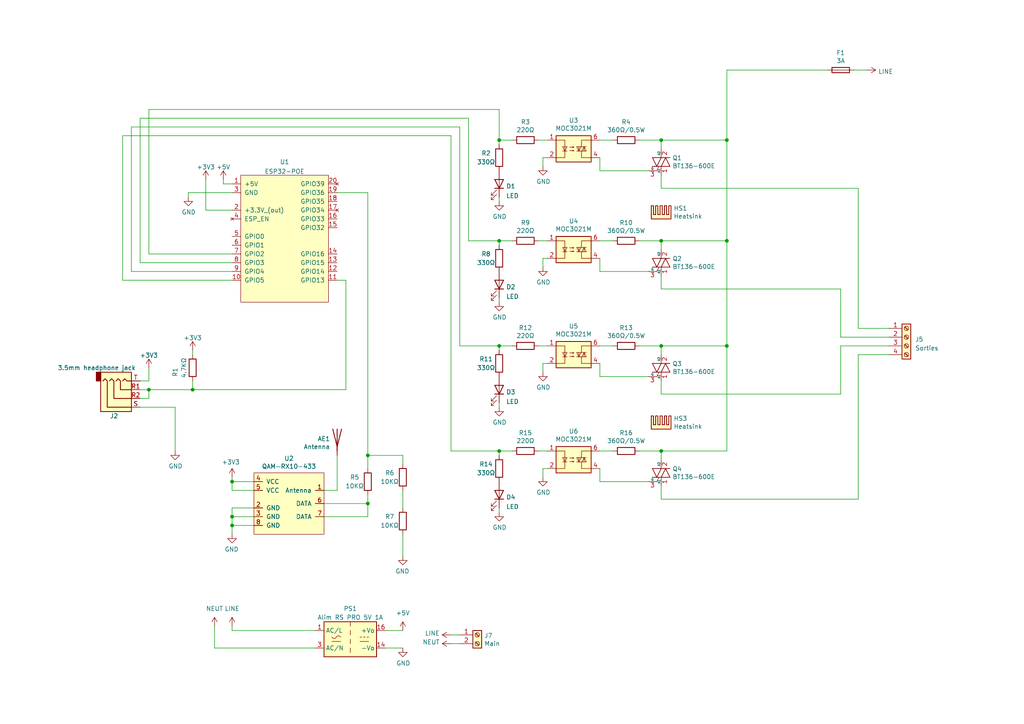
<source format=kicad_sch>
(kicad_sch (version 20230121) (generator eeschema)

  (uuid 099096e4-8c2a-4d84-a16f-06b4b6330e7a)

  (paper "A4")

  (lib_symbols
    (symbol "Connector:AudioJack4" (in_bom yes) (on_board yes)
      (property "Reference" "J" (at 0 8.89 0)
        (effects (font (size 1.27 1.27)))
      )
      (property "Value" "AudioJack4" (at 0 6.35 0)
        (effects (font (size 1.27 1.27)))
      )
      (property "Footprint" "" (at 0 0 0)
        (effects (font (size 1.27 1.27)) hide)
      )
      (property "Datasheet" "~" (at 0 0 0)
        (effects (font (size 1.27 1.27)) hide)
      )
      (property "ki_keywords" "audio jack receptacle stereo headphones TRRS connector" (at 0 0 0)
        (effects (font (size 1.27 1.27)) hide)
      )
      (property "ki_description" "Audio Jack, 4 Poles (TRRS)" (at 0 0 0)
        (effects (font (size 1.27 1.27)) hide)
      )
      (property "ki_fp_filters" "Jack*" (at 0 0 0)
        (effects (font (size 1.27 1.27)) hide)
      )
      (symbol "AudioJack4_0_1"
        (rectangle (start -6.35 -5.08) (end -7.62 -7.62)
          (stroke (width 0.254) (type default))
          (fill (type outline))
        )
        (polyline
          (pts
            (xy 0 -5.08)
            (xy 0.635 -5.715)
            (xy 1.27 -5.08)
            (xy 2.54 -5.08)
          )
          (stroke (width 0.254) (type default))
          (fill (type none))
        )
        (polyline
          (pts
            (xy -5.715 -5.08)
            (xy -5.08 -5.715)
            (xy -4.445 -5.08)
            (xy -4.445 2.54)
            (xy 2.54 2.54)
          )
          (stroke (width 0.254) (type default))
          (fill (type none))
        )
        (polyline
          (pts
            (xy -1.905 -5.08)
            (xy -1.27 -5.715)
            (xy -0.635 -5.08)
            (xy -0.635 -2.54)
            (xy 2.54 -2.54)
          )
          (stroke (width 0.254) (type default))
          (fill (type none))
        )
        (polyline
          (pts
            (xy 2.54 0)
            (xy -2.54 0)
            (xy -2.54 -5.08)
            (xy -3.175 -5.715)
            (xy -3.81 -5.08)
          )
          (stroke (width 0.254) (type default))
          (fill (type none))
        )
        (rectangle (start 2.54 3.81) (end -6.35 -7.62)
          (stroke (width 0.254) (type default))
          (fill (type background))
        )
      )
      (symbol "AudioJack4_1_1"
        (pin passive line (at 5.08 -2.54 180) (length 2.54)
          (name "~" (effects (font (size 1.27 1.27))))
          (number "R1" (effects (font (size 1.27 1.27))))
        )
        (pin passive line (at 5.08 0 180) (length 2.54)
          (name "~" (effects (font (size 1.27 1.27))))
          (number "R2" (effects (font (size 1.27 1.27))))
        )
        (pin passive line (at 5.08 2.54 180) (length 2.54)
          (name "~" (effects (font (size 1.27 1.27))))
          (number "S" (effects (font (size 1.27 1.27))))
        )
        (pin passive line (at 5.08 -5.08 180) (length 2.54)
          (name "~" (effects (font (size 1.27 1.27))))
          (number "T" (effects (font (size 1.27 1.27))))
        )
      )
    )
    (symbol "Connector:Screw_Terminal_01x02" (pin_names (offset 1.016) hide) (in_bom yes) (on_board yes)
      (property "Reference" "J" (at 0 2.54 0)
        (effects (font (size 1.27 1.27)))
      )
      (property "Value" "Screw_Terminal_01x02" (at 0 -5.08 0)
        (effects (font (size 1.27 1.27)))
      )
      (property "Footprint" "" (at 0 0 0)
        (effects (font (size 1.27 1.27)) hide)
      )
      (property "Datasheet" "~" (at 0 0 0)
        (effects (font (size 1.27 1.27)) hide)
      )
      (property "ki_keywords" "screw terminal" (at 0 0 0)
        (effects (font (size 1.27 1.27)) hide)
      )
      (property "ki_description" "Generic screw terminal, single row, 01x02, script generated (kicad-library-utils/schlib/autogen/connector/)" (at 0 0 0)
        (effects (font (size 1.27 1.27)) hide)
      )
      (property "ki_fp_filters" "TerminalBlock*:*" (at 0 0 0)
        (effects (font (size 1.27 1.27)) hide)
      )
      (symbol "Screw_Terminal_01x02_1_1"
        (rectangle (start -1.27 1.27) (end 1.27 -3.81)
          (stroke (width 0.254) (type default))
          (fill (type background))
        )
        (circle (center 0 -2.54) (radius 0.635)
          (stroke (width 0.1524) (type default))
          (fill (type none))
        )
        (polyline
          (pts
            (xy -0.5334 -2.2098)
            (xy 0.3302 -3.048)
          )
          (stroke (width 0.1524) (type default))
          (fill (type none))
        )
        (polyline
          (pts
            (xy -0.5334 0.3302)
            (xy 0.3302 -0.508)
          )
          (stroke (width 0.1524) (type default))
          (fill (type none))
        )
        (polyline
          (pts
            (xy -0.3556 -2.032)
            (xy 0.508 -2.8702)
          )
          (stroke (width 0.1524) (type default))
          (fill (type none))
        )
        (polyline
          (pts
            (xy -0.3556 0.508)
            (xy 0.508 -0.3302)
          )
          (stroke (width 0.1524) (type default))
          (fill (type none))
        )
        (circle (center 0 0) (radius 0.635)
          (stroke (width 0.1524) (type default))
          (fill (type none))
        )
        (pin passive line (at -5.08 0 0) (length 3.81)
          (name "Pin_1" (effects (font (size 1.27 1.27))))
          (number "1" (effects (font (size 1.27 1.27))))
        )
        (pin passive line (at -5.08 -2.54 0) (length 3.81)
          (name "Pin_2" (effects (font (size 1.27 1.27))))
          (number "2" (effects (font (size 1.27 1.27))))
        )
      )
    )
    (symbol "Connector:Screw_Terminal_01x04" (pin_names (offset 1.016) hide) (in_bom yes) (on_board yes)
      (property "Reference" "J" (at 0 5.08 0)
        (effects (font (size 1.27 1.27)))
      )
      (property "Value" "Screw_Terminal_01x04" (at 0 -7.62 0)
        (effects (font (size 1.27 1.27)))
      )
      (property "Footprint" "" (at 0 0 0)
        (effects (font (size 1.27 1.27)) hide)
      )
      (property "Datasheet" "~" (at 0 0 0)
        (effects (font (size 1.27 1.27)) hide)
      )
      (property "ki_keywords" "screw terminal" (at 0 0 0)
        (effects (font (size 1.27 1.27)) hide)
      )
      (property "ki_description" "Generic screw terminal, single row, 01x04, script generated (kicad-library-utils/schlib/autogen/connector/)" (at 0 0 0)
        (effects (font (size 1.27 1.27)) hide)
      )
      (property "ki_fp_filters" "TerminalBlock*:*" (at 0 0 0)
        (effects (font (size 1.27 1.27)) hide)
      )
      (symbol "Screw_Terminal_01x04_1_1"
        (rectangle (start -1.27 3.81) (end 1.27 -6.35)
          (stroke (width 0.254) (type default))
          (fill (type background))
        )
        (circle (center 0 -5.08) (radius 0.635)
          (stroke (width 0.1524) (type default))
          (fill (type none))
        )
        (circle (center 0 -2.54) (radius 0.635)
          (stroke (width 0.1524) (type default))
          (fill (type none))
        )
        (polyline
          (pts
            (xy -0.5334 -4.7498)
            (xy 0.3302 -5.588)
          )
          (stroke (width 0.1524) (type default))
          (fill (type none))
        )
        (polyline
          (pts
            (xy -0.5334 -2.2098)
            (xy 0.3302 -3.048)
          )
          (stroke (width 0.1524) (type default))
          (fill (type none))
        )
        (polyline
          (pts
            (xy -0.5334 0.3302)
            (xy 0.3302 -0.508)
          )
          (stroke (width 0.1524) (type default))
          (fill (type none))
        )
        (polyline
          (pts
            (xy -0.5334 2.8702)
            (xy 0.3302 2.032)
          )
          (stroke (width 0.1524) (type default))
          (fill (type none))
        )
        (polyline
          (pts
            (xy -0.3556 -4.572)
            (xy 0.508 -5.4102)
          )
          (stroke (width 0.1524) (type default))
          (fill (type none))
        )
        (polyline
          (pts
            (xy -0.3556 -2.032)
            (xy 0.508 -2.8702)
          )
          (stroke (width 0.1524) (type default))
          (fill (type none))
        )
        (polyline
          (pts
            (xy -0.3556 0.508)
            (xy 0.508 -0.3302)
          )
          (stroke (width 0.1524) (type default))
          (fill (type none))
        )
        (polyline
          (pts
            (xy -0.3556 3.048)
            (xy 0.508 2.2098)
          )
          (stroke (width 0.1524) (type default))
          (fill (type none))
        )
        (circle (center 0 0) (radius 0.635)
          (stroke (width 0.1524) (type default))
          (fill (type none))
        )
        (circle (center 0 2.54) (radius 0.635)
          (stroke (width 0.1524) (type default))
          (fill (type none))
        )
        (pin passive line (at -5.08 2.54 0) (length 3.81)
          (name "Pin_1" (effects (font (size 1.27 1.27))))
          (number "1" (effects (font (size 1.27 1.27))))
        )
        (pin passive line (at -5.08 0 0) (length 3.81)
          (name "Pin_2" (effects (font (size 1.27 1.27))))
          (number "2" (effects (font (size 1.27 1.27))))
        )
        (pin passive line (at -5.08 -2.54 0) (length 3.81)
          (name "Pin_3" (effects (font (size 1.27 1.27))))
          (number "3" (effects (font (size 1.27 1.27))))
        )
        (pin passive line (at -5.08 -5.08 0) (length 3.81)
          (name "Pin_4" (effects (font (size 1.27 1.27))))
          (number "4" (effects (font (size 1.27 1.27))))
        )
      )
    )
    (symbol "Converter_ACDC:IRM-03-5" (in_bom yes) (on_board yes)
      (property "Reference" "PS" (at 0 6.35 0)
        (effects (font (size 1.27 1.27)))
      )
      (property "Value" "IRM-03-5" (at 0 -6.35 0)
        (effects (font (size 1.27 1.27)))
      )
      (property "Footprint" "Converter_ACDC:Converter_ACDC_MeanWell_IRM-03-xx_THT" (at 0 -8.89 0)
        (effects (font (size 1.27 1.27)) hide)
      )
      (property "Datasheet" "https://www.meanwell.com/Upload/PDF/IRM-03/IRM-03-SPEC.PDF" (at 0 -10.16 0)
        (effects (font (size 1.27 1.27)) hide)
      )
      (property "ki_keywords" "Miniature Module-type Power Supply MeanWell" (at 0 0 0)
        (effects (font (size 1.27 1.27)) hide)
      )
      (property "ki_description" "5V, 600mA, 3W, Isolated, AC-DC, IRM03" (at 0 0 0)
        (effects (font (size 1.27 1.27)) hide)
      )
      (property "ki_fp_filters" "Converter*ACDC*MeanWell*IRM*03*THT*" (at 0 0 0)
        (effects (font (size 1.27 1.27)) hide)
      )
      (symbol "IRM-03-5_0_1"
        (rectangle (start -7.62 5.08) (end 7.62 -5.08)
          (stroke (width 0.254) (type default))
          (fill (type background))
        )
        (arc (start -5.334 0.635) (mid -4.699 0.2495) (end -4.064 0.635)
          (stroke (width 0) (type default))
          (fill (type none))
        )
        (arc (start -2.794 0.635) (mid -3.429 1.0072) (end -4.064 0.635)
          (stroke (width 0) (type default))
          (fill (type none))
        )
        (polyline
          (pts
            (xy -5.334 -0.635)
            (xy -2.794 -0.635)
          )
          (stroke (width 0) (type default))
          (fill (type none))
        )
        (polyline
          (pts
            (xy 0 -2.54)
            (xy 0 -3.81)
          )
          (stroke (width 0) (type default))
          (fill (type none))
        )
        (polyline
          (pts
            (xy 0 0)
            (xy 0 -1.27)
          )
          (stroke (width 0) (type default))
          (fill (type none))
        )
        (polyline
          (pts
            (xy 0 2.54)
            (xy 0 1.27)
          )
          (stroke (width 0) (type default))
          (fill (type none))
        )
        (polyline
          (pts
            (xy 0 5.08)
            (xy 0 3.81)
          )
          (stroke (width 0) (type default))
          (fill (type none))
        )
        (polyline
          (pts
            (xy 2.794 -0.635)
            (xy 5.334 -0.635)
          )
          (stroke (width 0) (type default))
          (fill (type none))
        )
        (polyline
          (pts
            (xy 2.794 0.635)
            (xy 3.302 0.635)
          )
          (stroke (width 0) (type default))
          (fill (type none))
        )
        (polyline
          (pts
            (xy 3.81 0.635)
            (xy 4.318 0.635)
          )
          (stroke (width 0) (type default))
          (fill (type none))
        )
        (polyline
          (pts
            (xy 4.826 0.635)
            (xy 5.334 0.635)
          )
          (stroke (width 0) (type default))
          (fill (type none))
        )
      )
      (symbol "IRM-03-5_1_1"
        (pin power_in line (at -10.16 2.54 0) (length 2.54)
          (name "AC/L" (effects (font (size 1.27 1.27))))
          (number "1" (effects (font (size 1.27 1.27))))
        )
        (pin power_out line (at 10.16 -2.54 180) (length 2.54)
          (name "-Vo" (effects (font (size 1.27 1.27))))
          (number "14" (effects (font (size 1.27 1.27))))
        )
        (pin power_out line (at 10.16 2.54 180) (length 2.54)
          (name "+Vo" (effects (font (size 1.27 1.27))))
          (number "16" (effects (font (size 1.27 1.27))))
        )
        (pin power_in line (at -10.16 -2.54 0) (length 2.54)
          (name "AC/N" (effects (font (size 1.27 1.27))))
          (number "3" (effects (font (size 1.27 1.27))))
        )
        (pin no_connect line (at -7.62 0 0) (length 2.54) hide
          (name "NC" (effects (font (size 1.27 1.27))))
          (number "5" (effects (font (size 1.27 1.27))))
        )
      )
    )
    (symbol "Device:Antenna" (pin_numbers hide) (pin_names (offset 1.016) hide) (in_bom yes) (on_board yes)
      (property "Reference" "AE" (at -1.905 1.905 0)
        (effects (font (size 1.27 1.27)) (justify right))
      )
      (property "Value" "Antenna" (at -1.905 0 0)
        (effects (font (size 1.27 1.27)) (justify right))
      )
      (property "Footprint" "" (at 0 0 0)
        (effects (font (size 1.27 1.27)) hide)
      )
      (property "Datasheet" "~" (at 0 0 0)
        (effects (font (size 1.27 1.27)) hide)
      )
      (property "ki_keywords" "antenna" (at 0 0 0)
        (effects (font (size 1.27 1.27)) hide)
      )
      (property "ki_description" "Antenna" (at 0 0 0)
        (effects (font (size 1.27 1.27)) hide)
      )
      (symbol "Antenna_0_1"
        (polyline
          (pts
            (xy 0 2.54)
            (xy 0 -3.81)
          )
          (stroke (width 0.254) (type default))
          (fill (type none))
        )
        (polyline
          (pts
            (xy 1.27 2.54)
            (xy 0 -2.54)
            (xy -1.27 2.54)
          )
          (stroke (width 0.254) (type default))
          (fill (type none))
        )
      )
      (symbol "Antenna_1_1"
        (pin input line (at 0 -5.08 90) (length 2.54)
          (name "A" (effects (font (size 1.27 1.27))))
          (number "1" (effects (font (size 1.27 1.27))))
        )
      )
    )
    (symbol "Device:Fuse" (pin_numbers hide) (pin_names (offset 0)) (in_bom yes) (on_board yes)
      (property "Reference" "F" (at 2.032 0 90)
        (effects (font (size 1.27 1.27)))
      )
      (property "Value" "Fuse" (at -1.905 0 90)
        (effects (font (size 1.27 1.27)))
      )
      (property "Footprint" "" (at -1.778 0 90)
        (effects (font (size 1.27 1.27)) hide)
      )
      (property "Datasheet" "~" (at 0 0 0)
        (effects (font (size 1.27 1.27)) hide)
      )
      (property "ki_keywords" "fuse" (at 0 0 0)
        (effects (font (size 1.27 1.27)) hide)
      )
      (property "ki_description" "Fuse" (at 0 0 0)
        (effects (font (size 1.27 1.27)) hide)
      )
      (property "ki_fp_filters" "*Fuse*" (at 0 0 0)
        (effects (font (size 1.27 1.27)) hide)
      )
      (symbol "Fuse_0_1"
        (rectangle (start -0.762 -2.54) (end 0.762 2.54)
          (stroke (width 0.254) (type default))
          (fill (type none))
        )
        (polyline
          (pts
            (xy 0 2.54)
            (xy 0 -2.54)
          )
          (stroke (width 0) (type default))
          (fill (type none))
        )
      )
      (symbol "Fuse_1_1"
        (pin passive line (at 0 3.81 270) (length 1.27)
          (name "~" (effects (font (size 1.27 1.27))))
          (number "1" (effects (font (size 1.27 1.27))))
        )
        (pin passive line (at 0 -3.81 90) (length 1.27)
          (name "~" (effects (font (size 1.27 1.27))))
          (number "2" (effects (font (size 1.27 1.27))))
        )
      )
    )
    (symbol "Device:LED" (pin_numbers hide) (pin_names (offset 1.016) hide) (in_bom yes) (on_board yes)
      (property "Reference" "D" (at 0 2.54 0)
        (effects (font (size 1.27 1.27)))
      )
      (property "Value" "LED" (at 0 -2.54 0)
        (effects (font (size 1.27 1.27)))
      )
      (property "Footprint" "" (at 0 0 0)
        (effects (font (size 1.27 1.27)) hide)
      )
      (property "Datasheet" "~" (at 0 0 0)
        (effects (font (size 1.27 1.27)) hide)
      )
      (property "ki_keywords" "LED diode" (at 0 0 0)
        (effects (font (size 1.27 1.27)) hide)
      )
      (property "ki_description" "Light emitting diode" (at 0 0 0)
        (effects (font (size 1.27 1.27)) hide)
      )
      (property "ki_fp_filters" "LED* LED_SMD:* LED_THT:*" (at 0 0 0)
        (effects (font (size 1.27 1.27)) hide)
      )
      (symbol "LED_0_1"
        (polyline
          (pts
            (xy -1.27 -1.27)
            (xy -1.27 1.27)
          )
          (stroke (width 0.254) (type default))
          (fill (type none))
        )
        (polyline
          (pts
            (xy -1.27 0)
            (xy 1.27 0)
          )
          (stroke (width 0) (type default))
          (fill (type none))
        )
        (polyline
          (pts
            (xy 1.27 -1.27)
            (xy 1.27 1.27)
            (xy -1.27 0)
            (xy 1.27 -1.27)
          )
          (stroke (width 0.254) (type default))
          (fill (type none))
        )
        (polyline
          (pts
            (xy -3.048 -0.762)
            (xy -4.572 -2.286)
            (xy -3.81 -2.286)
            (xy -4.572 -2.286)
            (xy -4.572 -1.524)
          )
          (stroke (width 0) (type default))
          (fill (type none))
        )
        (polyline
          (pts
            (xy -1.778 -0.762)
            (xy -3.302 -2.286)
            (xy -2.54 -2.286)
            (xy -3.302 -2.286)
            (xy -3.302 -1.524)
          )
          (stroke (width 0) (type default))
          (fill (type none))
        )
      )
      (symbol "LED_1_1"
        (pin passive line (at -3.81 0 0) (length 2.54)
          (name "K" (effects (font (size 1.27 1.27))))
          (number "1" (effects (font (size 1.27 1.27))))
        )
        (pin passive line (at 3.81 0 180) (length 2.54)
          (name "A" (effects (font (size 1.27 1.27))))
          (number "2" (effects (font (size 1.27 1.27))))
        )
      )
    )
    (symbol "Device:R" (pin_numbers hide) (pin_names (offset 0)) (in_bom yes) (on_board yes)
      (property "Reference" "R" (at 2.032 0 90)
        (effects (font (size 1.27 1.27)))
      )
      (property "Value" "R" (at 0 0 90)
        (effects (font (size 1.27 1.27)))
      )
      (property "Footprint" "" (at -1.778 0 90)
        (effects (font (size 1.27 1.27)) hide)
      )
      (property "Datasheet" "~" (at 0 0 0)
        (effects (font (size 1.27 1.27)) hide)
      )
      (property "ki_keywords" "R res resistor" (at 0 0 0)
        (effects (font (size 1.27 1.27)) hide)
      )
      (property "ki_description" "Resistor" (at 0 0 0)
        (effects (font (size 1.27 1.27)) hide)
      )
      (property "ki_fp_filters" "R_*" (at 0 0 0)
        (effects (font (size 1.27 1.27)) hide)
      )
      (symbol "R_0_1"
        (rectangle (start -1.016 -2.54) (end 1.016 2.54)
          (stroke (width 0.254) (type default))
          (fill (type none))
        )
      )
      (symbol "R_1_1"
        (pin passive line (at 0 3.81 270) (length 1.27)
          (name "~" (effects (font (size 1.27 1.27))))
          (number "1" (effects (font (size 1.27 1.27))))
        )
        (pin passive line (at 0 -3.81 90) (length 1.27)
          (name "~" (effects (font (size 1.27 1.27))))
          (number "2" (effects (font (size 1.27 1.27))))
        )
      )
    )
    (symbol "Mechanical:Heatsink" (pin_names (offset 1.016)) (in_bom yes) (on_board yes)
      (property "Reference" "HS" (at 0 5.08 0)
        (effects (font (size 1.27 1.27)))
      )
      (property "Value" "Heatsink" (at 0 -1.27 0)
        (effects (font (size 1.27 1.27)))
      )
      (property "Footprint" "" (at 0.3048 0 0)
        (effects (font (size 1.27 1.27)) hide)
      )
      (property "Datasheet" "~" (at 0.3048 0 0)
        (effects (font (size 1.27 1.27)) hide)
      )
      (property "ki_keywords" "thermal heat temperature" (at 0 0 0)
        (effects (font (size 1.27 1.27)) hide)
      )
      (property "ki_description" "Heatsink" (at 0 0 0)
        (effects (font (size 1.27 1.27)) hide)
      )
      (property "ki_fp_filters" "Heatsink_*" (at 0 0 0)
        (effects (font (size 1.27 1.27)) hide)
      )
      (symbol "Heatsink_0_1"
        (polyline
          (pts
            (xy -0.3302 1.27)
            (xy -0.9652 1.27)
            (xy -0.9652 3.81)
            (xy -1.6002 3.81)
            (xy -1.6002 1.27)
            (xy -2.2352 1.27)
            (xy -2.2352 3.81)
            (xy -2.8702 3.81)
            (xy -2.8702 0)
            (xy -0.9652 0)
          )
          (stroke (width 0.254) (type default))
          (fill (type background))
        )
        (polyline
          (pts
            (xy -0.3302 1.27)
            (xy -0.3302 3.81)
            (xy 0.3048 3.81)
            (xy 0.3048 1.27)
            (xy 0.9398 1.27)
            (xy 0.9398 3.81)
            (xy 1.5748 3.81)
            (xy 1.5748 1.27)
            (xy 2.2098 1.27)
            (xy 2.2098 3.81)
            (xy 2.8448 3.81)
            (xy 2.8448 0)
            (xy -0.9652 0)
          )
          (stroke (width 0.254) (type default))
          (fill (type background))
        )
      )
    )
    (symbol "Relay_SolidState:MOC3021M" (in_bom yes) (on_board yes)
      (property "Reference" "U" (at -5.334 4.826 0)
        (effects (font (size 1.27 1.27)) (justify left))
      )
      (property "Value" "MOC3021M" (at 0 5.08 0)
        (effects (font (size 1.27 1.27)) (justify left))
      )
      (property "Footprint" "" (at -5.08 -5.08 0)
        (effects (font (size 1.27 1.27) italic) (justify left) hide)
      )
      (property "Datasheet" "https://www.onsemi.com/pub/Collateral/MOC3023M-D.PDF" (at 0 0 0)
        (effects (font (size 1.27 1.27)) (justify left) hide)
      )
      (property "ki_keywords" "Opto-Triac Opto Triac Random Phase" (at 0 0 0)
        (effects (font (size 1.27 1.27)) hide)
      )
      (property "ki_description" "Random Phase Opto-Triac, Vdrm 400V, Ift 15mA, DIP6" (at 0 0 0)
        (effects (font (size 1.27 1.27)) hide)
      )
      (property "ki_fp_filters" "DIP*W7.62mm* SMDIP*W9.53mm* DIP*W10.16mm*" (at 0 0 0)
        (effects (font (size 1.27 1.27)) hide)
      )
      (symbol "MOC3021M_0_1"
        (rectangle (start -5.08 3.81) (end 5.08 -3.81)
          (stroke (width 0.254) (type default))
          (fill (type background))
        )
        (polyline
          (pts
            (xy -3.175 -0.635)
            (xy -1.905 -0.635)
          )
          (stroke (width 0) (type default))
          (fill (type none))
        )
        (polyline
          (pts
            (xy 1.524 -0.635)
            (xy 1.524 0.635)
          )
          (stroke (width 0) (type default))
          (fill (type none))
        )
        (polyline
          (pts
            (xy 3.048 0.635)
            (xy 3.048 -0.635)
          )
          (stroke (width 0) (type default))
          (fill (type none))
        )
        (polyline
          (pts
            (xy 2.286 -0.635)
            (xy 2.286 -2.54)
            (xy 5.08 -2.54)
          )
          (stroke (width 0) (type default))
          (fill (type none))
        )
        (polyline
          (pts
            (xy 2.286 0.635)
            (xy 2.286 2.54)
            (xy 5.08 2.54)
          )
          (stroke (width 0) (type default))
          (fill (type none))
        )
        (polyline
          (pts
            (xy -5.08 2.54)
            (xy -2.54 2.54)
            (xy -2.54 -2.54)
            (xy -5.08 -2.54)
          )
          (stroke (width 0) (type default))
          (fill (type none))
        )
        (polyline
          (pts
            (xy -2.54 -0.635)
            (xy -3.175 0.635)
            (xy -1.905 0.635)
            (xy -2.54 -0.635)
          )
          (stroke (width 0) (type default))
          (fill (type none))
        )
        (polyline
          (pts
            (xy 0.889 -0.635)
            (xy 3.683 -0.635)
            (xy 3.048 0.635)
            (xy 2.413 -0.635)
          )
          (stroke (width 0) (type default))
          (fill (type none))
        )
        (polyline
          (pts
            (xy 3.683 0.635)
            (xy 0.889 0.635)
            (xy 1.524 -0.635)
            (xy 2.159 0.635)
          )
          (stroke (width 0) (type default))
          (fill (type none))
        )
        (polyline
          (pts
            (xy -1.143 -0.508)
            (xy 0.127 -0.508)
            (xy -0.254 -0.635)
            (xy -0.254 -0.381)
            (xy 0.127 -0.508)
          )
          (stroke (width 0) (type default))
          (fill (type none))
        )
        (polyline
          (pts
            (xy -1.143 0.508)
            (xy 0.127 0.508)
            (xy -0.254 0.381)
            (xy -0.254 0.635)
            (xy 0.127 0.508)
          )
          (stroke (width 0) (type default))
          (fill (type none))
        )
      )
      (symbol "MOC3021M_1_1"
        (pin passive line (at -7.62 2.54 0) (length 2.54)
          (name "~" (effects (font (size 1.27 1.27))))
          (number "1" (effects (font (size 1.27 1.27))))
        )
        (pin passive line (at -7.62 -2.54 0) (length 2.54)
          (name "~" (effects (font (size 1.27 1.27))))
          (number "2" (effects (font (size 1.27 1.27))))
        )
        (pin no_connect line (at -5.08 0 0) (length 2.54) hide
          (name "NC" (effects (font (size 1.27 1.27))))
          (number "3" (effects (font (size 1.27 1.27))))
        )
        (pin passive line (at 7.62 -2.54 180) (length 2.54)
          (name "~" (effects (font (size 1.27 1.27))))
          (number "4" (effects (font (size 1.27 1.27))))
        )
        (pin no_connect line (at 5.08 0 180) (length 2.54) hide
          (name "NC" (effects (font (size 1.27 1.27))))
          (number "5" (effects (font (size 1.27 1.27))))
        )
        (pin passive line (at 7.62 2.54 180) (length 2.54)
          (name "~" (effects (font (size 1.27 1.27))))
          (number "6" (effects (font (size 1.27 1.27))))
        )
      )
    )
    (symbol "Triac_Thyristor:BT136-600" (pin_names (offset 0)) (in_bom yes) (on_board yes)
      (property "Reference" "Q" (at 5.08 1.905 0)
        (effects (font (size 1.27 1.27)) (justify left))
      )
      (property "Value" "BT136-600" (at 5.08 0 0)
        (effects (font (size 1.27 1.27)) (justify left))
      )
      (property "Footprint" "Package_TO_SOT_THT:TO-220-3_Vertical" (at 5.08 -1.905 0)
        (effects (font (size 1.27 1.27) italic) (justify left) hide)
      )
      (property "Datasheet" "http://www.micropik.com/PDF/BT136-600.pdf" (at 0 0 0)
        (effects (font (size 1.27 1.27)) (justify left) hide)
      )
      (property "ki_keywords" "Triac" (at 0 0 0)
        (effects (font (size 1.27 1.27)) hide)
      )
      (property "ki_description" "4A RMS, 500V Off-State Voltage, Triac, TO-220" (at 0 0 0)
        (effects (font (size 1.27 1.27)) hide)
      )
      (property "ki_fp_filters" "TO?220*" (at 0 0 0)
        (effects (font (size 1.27 1.27)) hide)
      )
      (symbol "BT136-600_0_1"
        (polyline
          (pts
            (xy -2.54 -1.27)
            (xy 2.54 -1.27)
          )
          (stroke (width 0.2032) (type default))
          (fill (type none))
        )
        (polyline
          (pts
            (xy -2.54 1.27)
            (xy 2.54 1.27)
          )
          (stroke (width 0.2032) (type default))
          (fill (type none))
        )
        (polyline
          (pts
            (xy -1.27 -2.54)
            (xy -0.635 -1.27)
          )
          (stroke (width 0) (type default))
          (fill (type none))
        )
        (polyline
          (pts
            (xy -2.54 1.27)
            (xy -1.27 -1.27)
            (xy 0 1.27)
          )
          (stroke (width 0.2032) (type default))
          (fill (type none))
        )
        (polyline
          (pts
            (xy 0 -1.27)
            (xy 1.27 1.27)
            (xy 2.54 -1.27)
          )
          (stroke (width 0.2032) (type default))
          (fill (type none))
        )
      )
      (symbol "BT136-600_1_1"
        (pin passive line (at 0 -3.81 90) (length 2.54)
          (name "A1" (effects (font (size 0.635 0.635))))
          (number "1" (effects (font (size 1.27 1.27))))
        )
        (pin passive line (at 0 3.81 270) (length 2.54)
          (name "A2" (effects (font (size 0.635 0.635))))
          (number "2" (effects (font (size 1.27 1.27))))
        )
        (pin input line (at -3.81 -2.54 0) (length 2.54)
          (name "G" (effects (font (size 0.635 0.635))))
          (number "3" (effects (font (size 1.27 1.27))))
        )
      )
    )
    (symbol "mylife-symbols:AM-RX12A-433P" (pin_names (offset 1.016)) (in_bom yes) (on_board yes)
      (property "Reference" "U" (at 0 12.7 0)
        (effects (font (size 1.27 1.27)))
      )
      (property "Value" "AM-RX12A-433P" (at 0 10.16 0)
        (effects (font (size 1.27 1.27)))
      )
      (property "Footprint" "" (at 0 12.7 0)
        (effects (font (size 1.27 1.27)) hide)
      )
      (property "Datasheet" "" (at 0 12.7 0)
        (effects (font (size 1.27 1.27)) hide)
      )
      (symbol "AM-RX12A-433P_0_1"
        (rectangle (start -10.16 8.89) (end 10.16 -8.89)
          (stroke (width 0) (type default))
          (fill (type background))
        )
      )
      (symbol "AM-RX12A-433P_1_1"
        (pin passive line (at -10.16 3.81 0) (length 2.54)
          (name "Antenna" (effects (font (size 1.27 1.27))))
          (number "1" (effects (font (size 1.27 1.27))))
        )
        (pin power_in line (at 10.16 -1.27 180) (length 2.54)
          (name "GND" (effects (font (size 1.27 1.27))))
          (number "2" (effects (font (size 1.27 1.27))))
        )
        (pin power_in line (at 10.16 -3.81 180) (length 2.54)
          (name "GND" (effects (font (size 1.27 1.27))))
          (number "3" (effects (font (size 1.27 1.27))))
        )
        (pin power_in line (at 10.16 6.35 180) (length 2.54)
          (name "VCC" (effects (font (size 1.27 1.27))))
          (number "4" (effects (font (size 1.27 1.27))))
        )
        (pin power_in line (at 10.16 3.81 180) (length 2.54)
          (name "VCC" (effects (font (size 1.27 1.27))))
          (number "5" (effects (font (size 1.27 1.27))))
        )
        (pin output line (at -10.16 0 0) (length 2.54)
          (name "DATA" (effects (font (size 1.27 1.27))))
          (number "6" (effects (font (size 1.27 1.27))))
        )
        (pin output line (at -10.16 -3.81 0) (length 2.54)
          (name "DATA" (effects (font (size 1.27 1.27))))
          (number "7" (effects (font (size 1.27 1.27))))
        )
        (pin power_in line (at 10.16 -6.35 180) (length 2.54)
          (name "GND" (effects (font (size 1.27 1.27))))
          (number "8" (effects (font (size 1.27 1.27))))
        )
      )
    )
    (symbol "mylife-symbols:ESP32-POE-ISO" (pin_names (offset 1.016)) (in_bom yes) (on_board yes)
      (property "Reference" "U" (at 0 21.59 0)
        (effects (font (size 1.27 1.27)))
      )
      (property "Value" "ESP32-POE-ISO" (at 0 19.05 0)
        (effects (font (size 1.27 1.27)))
      )
      (property "Footprint" "" (at 0 21.59 0)
        (effects (font (size 1.27 1.27)) hide)
      )
      (property "Datasheet" "https://www.olimex.com/Products/IoT/ESP32/ESP32-POE-ISO/open-source-hardware" (at 0 21.59 0)
        (effects (font (size 1.27 1.27)) hide)
      )
      (symbol "ESP32-POE-ISO_0_1"
        (rectangle (start -12.7 17.78) (end 12.7 -19.05)
          (stroke (width 0) (type default))
          (fill (type background))
        )
      )
      (symbol "ESP32-POE-ISO_1_1"
        (pin power_in line (at -15.24 15.24 0) (length 2.54)
          (name "+5V" (effects (font (size 1.27 1.27))))
          (number "1" (effects (font (size 1.27 1.27))))
        )
        (pin bidirectional line (at -15.24 -12.7 0) (length 2.54)
          (name "GPIO5" (effects (font (size 1.27 1.27))))
          (number "10" (effects (font (size 1.27 1.27))))
        )
        (pin bidirectional line (at 15.24 -12.7 180) (length 2.54)
          (name "GPIO13" (effects (font (size 1.27 1.27))))
          (number "11" (effects (font (size 1.27 1.27))))
        )
        (pin bidirectional line (at 15.24 -10.16 180) (length 2.54)
          (name "GPIO14" (effects (font (size 1.27 1.27))))
          (number "12" (effects (font (size 1.27 1.27))))
        )
        (pin bidirectional line (at 15.24 -7.62 180) (length 2.54)
          (name "GPIO15" (effects (font (size 1.27 1.27))))
          (number "13" (effects (font (size 1.27 1.27))))
        )
        (pin bidirectional line (at 15.24 -5.08 180) (length 2.54)
          (name "GPIO16" (effects (font (size 1.27 1.27))))
          (number "14" (effects (font (size 1.27 1.27))))
        )
        (pin bidirectional line (at 15.24 2.54 180) (length 2.54)
          (name "GPIO32" (effects (font (size 1.27 1.27))))
          (number "15" (effects (font (size 1.27 1.27))))
        )
        (pin bidirectional line (at 15.24 5.08 180) (length 2.54)
          (name "GPIO33" (effects (font (size 1.27 1.27))))
          (number "16" (effects (font (size 1.27 1.27))))
        )
        (pin no_connect line (at 15.24 7.62 180) (length 2.54)
          (name "GPIO34" (effects (font (size 1.27 1.27))))
          (number "17" (effects (font (size 1.27 1.27))))
        )
        (pin bidirectional line (at 15.24 10.16 180) (length 2.54)
          (name "GPIO35" (effects (font (size 1.27 1.27))))
          (number "18" (effects (font (size 1.27 1.27))))
        )
        (pin bidirectional line (at 15.24 12.7 180) (length 2.54)
          (name "GPIO36" (effects (font (size 1.27 1.27))))
          (number "19" (effects (font (size 1.27 1.27))))
        )
        (pin power_out line (at -15.24 7.62 0) (length 2.54)
          (name "+3.3V_(out)" (effects (font (size 1.27 1.27))))
          (number "2" (effects (font (size 1.27 1.27))))
        )
        (pin no_connect line (at 15.24 15.24 180) (length 2.54)
          (name "GPIO39" (effects (font (size 1.27 1.27))))
          (number "20" (effects (font (size 1.27 1.27))))
        )
        (pin power_in line (at -15.24 12.7 0) (length 2.54)
          (name "GND" (effects (font (size 1.27 1.27))))
          (number "3" (effects (font (size 1.27 1.27))))
        )
        (pin no_connect line (at -15.24 5.08 0) (length 2.54)
          (name "ESP_EN" (effects (font (size 1.27 1.27))))
          (number "4" (effects (font (size 1.27 1.27))))
        )
        (pin bidirectional line (at -15.24 0 0) (length 2.54)
          (name "GPIO0" (effects (font (size 1.27 1.27))))
          (number "5" (effects (font (size 1.27 1.27))))
        )
        (pin bidirectional line (at -15.24 -2.54 0) (length 2.54)
          (name "GPIO1" (effects (font (size 1.27 1.27))))
          (number "6" (effects (font (size 1.27 1.27))))
        )
        (pin bidirectional line (at -15.24 -5.08 0) (length 2.54)
          (name "GPIO2" (effects (font (size 1.27 1.27))))
          (number "7" (effects (font (size 1.27 1.27))))
        )
        (pin bidirectional line (at -15.24 -7.62 0) (length 2.54)
          (name "GPIO3" (effects (font (size 1.27 1.27))))
          (number "8" (effects (font (size 1.27 1.27))))
        )
        (pin bidirectional line (at -15.24 -10.16 0) (length 2.54)
          (name "GPIO4" (effects (font (size 1.27 1.27))))
          (number "9" (effects (font (size 1.27 1.27))))
        )
      )
    )
    (symbol "power:+3.3V" (power) (pin_names (offset 0)) (in_bom yes) (on_board yes)
      (property "Reference" "#PWR" (at 0 -3.81 0)
        (effects (font (size 1.27 1.27)) hide)
      )
      (property "Value" "+3.3V" (at 0 3.556 0)
        (effects (font (size 1.27 1.27)))
      )
      (property "Footprint" "" (at 0 0 0)
        (effects (font (size 1.27 1.27)) hide)
      )
      (property "Datasheet" "" (at 0 0 0)
        (effects (font (size 1.27 1.27)) hide)
      )
      (property "ki_keywords" "power-flag" (at 0 0 0)
        (effects (font (size 1.27 1.27)) hide)
      )
      (property "ki_description" "Power symbol creates a global label with name \"+3.3V\"" (at 0 0 0)
        (effects (font (size 1.27 1.27)) hide)
      )
      (symbol "+3.3V_0_1"
        (polyline
          (pts
            (xy -0.762 1.27)
            (xy 0 2.54)
          )
          (stroke (width 0) (type default))
          (fill (type none))
        )
        (polyline
          (pts
            (xy 0 0)
            (xy 0 2.54)
          )
          (stroke (width 0) (type default))
          (fill (type none))
        )
        (polyline
          (pts
            (xy 0 2.54)
            (xy 0.762 1.27)
          )
          (stroke (width 0) (type default))
          (fill (type none))
        )
      )
      (symbol "+3.3V_1_1"
        (pin power_in line (at 0 0 90) (length 0) hide
          (name "+3V3" (effects (font (size 1.27 1.27))))
          (number "1" (effects (font (size 1.27 1.27))))
        )
      )
    )
    (symbol "power:+5V" (power) (pin_names (offset 0)) (in_bom yes) (on_board yes)
      (property "Reference" "#PWR" (at 0 -3.81 0)
        (effects (font (size 1.27 1.27)) hide)
      )
      (property "Value" "+5V" (at 0 3.556 0)
        (effects (font (size 1.27 1.27)))
      )
      (property "Footprint" "" (at 0 0 0)
        (effects (font (size 1.27 1.27)) hide)
      )
      (property "Datasheet" "" (at 0 0 0)
        (effects (font (size 1.27 1.27)) hide)
      )
      (property "ki_keywords" "power-flag" (at 0 0 0)
        (effects (font (size 1.27 1.27)) hide)
      )
      (property "ki_description" "Power symbol creates a global label with name \"+5V\"" (at 0 0 0)
        (effects (font (size 1.27 1.27)) hide)
      )
      (symbol "+5V_0_1"
        (polyline
          (pts
            (xy -0.762 1.27)
            (xy 0 2.54)
          )
          (stroke (width 0) (type default))
          (fill (type none))
        )
        (polyline
          (pts
            (xy 0 0)
            (xy 0 2.54)
          )
          (stroke (width 0) (type default))
          (fill (type none))
        )
        (polyline
          (pts
            (xy 0 2.54)
            (xy 0.762 1.27)
          )
          (stroke (width 0) (type default))
          (fill (type none))
        )
      )
      (symbol "+5V_1_1"
        (pin power_in line (at 0 0 90) (length 0) hide
          (name "+5V" (effects (font (size 1.27 1.27))))
          (number "1" (effects (font (size 1.27 1.27))))
        )
      )
    )
    (symbol "power:GND" (power) (pin_names (offset 0)) (in_bom yes) (on_board yes)
      (property "Reference" "#PWR" (at 0 -6.35 0)
        (effects (font (size 1.27 1.27)) hide)
      )
      (property "Value" "GND" (at 0 -3.81 0)
        (effects (font (size 1.27 1.27)))
      )
      (property "Footprint" "" (at 0 0 0)
        (effects (font (size 1.27 1.27)) hide)
      )
      (property "Datasheet" "" (at 0 0 0)
        (effects (font (size 1.27 1.27)) hide)
      )
      (property "ki_keywords" "power-flag" (at 0 0 0)
        (effects (font (size 1.27 1.27)) hide)
      )
      (property "ki_description" "Power symbol creates a global label with name \"GND\" , ground" (at 0 0 0)
        (effects (font (size 1.27 1.27)) hide)
      )
      (symbol "GND_0_1"
        (polyline
          (pts
            (xy 0 0)
            (xy 0 -1.27)
            (xy 1.27 -1.27)
            (xy 0 -2.54)
            (xy -1.27 -1.27)
            (xy 0 -1.27)
          )
          (stroke (width 0) (type default))
          (fill (type none))
        )
      )
      (symbol "GND_1_1"
        (pin power_in line (at 0 0 270) (length 0) hide
          (name "GND" (effects (font (size 1.27 1.27))))
          (number "1" (effects (font (size 1.27 1.27))))
        )
      )
    )
    (symbol "power:LINE" (power) (pin_names (offset 0)) (in_bom yes) (on_board yes)
      (property "Reference" "#PWR" (at 0 -3.81 0)
        (effects (font (size 1.27 1.27)) hide)
      )
      (property "Value" "LINE" (at 0 3.81 0)
        (effects (font (size 1.27 1.27)))
      )
      (property "Footprint" "" (at 0 0 0)
        (effects (font (size 1.27 1.27)) hide)
      )
      (property "Datasheet" "" (at 0 0 0)
        (effects (font (size 1.27 1.27)) hide)
      )
      (property "ki_keywords" "power-flag" (at 0 0 0)
        (effects (font (size 1.27 1.27)) hide)
      )
      (property "ki_description" "Power symbol creates a global label with name \"LINE\"" (at 0 0 0)
        (effects (font (size 1.27 1.27)) hide)
      )
      (symbol "LINE_0_1"
        (polyline
          (pts
            (xy -0.762 1.27)
            (xy 0 2.54)
          )
          (stroke (width 0) (type default))
          (fill (type none))
        )
        (polyline
          (pts
            (xy 0 0)
            (xy 0 2.54)
          )
          (stroke (width 0) (type default))
          (fill (type none))
        )
        (polyline
          (pts
            (xy 0 2.54)
            (xy 0.762 1.27)
          )
          (stroke (width 0) (type default))
          (fill (type none))
        )
      )
      (symbol "LINE_1_1"
        (pin power_in line (at 0 0 90) (length 0) hide
          (name "LINE" (effects (font (size 1.27 1.27))))
          (number "1" (effects (font (size 1.27 1.27))))
        )
      )
    )
    (symbol "power:NEUT" (power) (pin_names (offset 0)) (in_bom yes) (on_board yes)
      (property "Reference" "#PWR" (at 0 -3.81 0)
        (effects (font (size 1.27 1.27)) hide)
      )
      (property "Value" "NEUT" (at 0 3.81 0)
        (effects (font (size 1.27 1.27)))
      )
      (property "Footprint" "" (at 0 0 0)
        (effects (font (size 1.27 1.27)) hide)
      )
      (property "Datasheet" "" (at 0 0 0)
        (effects (font (size 1.27 1.27)) hide)
      )
      (property "ki_keywords" "power-flag" (at 0 0 0)
        (effects (font (size 1.27 1.27)) hide)
      )
      (property "ki_description" "Power symbol creates a global label with name \"NEUT\"" (at 0 0 0)
        (effects (font (size 1.27 1.27)) hide)
      )
      (symbol "NEUT_0_1"
        (polyline
          (pts
            (xy -0.762 1.27)
            (xy 0 2.54)
          )
          (stroke (width 0) (type default))
          (fill (type none))
        )
        (polyline
          (pts
            (xy 0 0)
            (xy 0 2.54)
          )
          (stroke (width 0) (type default))
          (fill (type none))
        )
        (polyline
          (pts
            (xy 0 2.54)
            (xy 0.762 1.27)
          )
          (stroke (width 0) (type default))
          (fill (type none))
        )
      )
      (symbol "NEUT_1_1"
        (pin power_in line (at 0 0 90) (length 0) hide
          (name "NEUT" (effects (font (size 1.27 1.27))))
          (number "1" (effects (font (size 1.27 1.27))))
        )
      )
    )
  )

  (junction (at 191.77 40.64) (diameter 0) (color 0 0 0 0)
    (uuid 055f3620-97de-445e-ac4d-79bc97567b1a)
  )
  (junction (at 144.78 130.81) (diameter 0) (color 0 0 0 0)
    (uuid 0b9162c1-4464-4b5b-809c-b2e9bbb41cc6)
  )
  (junction (at 67.31 139.7) (diameter 0) (color 0 0 0 0)
    (uuid 0cc9bf07-55b9-458f-b8aa-41b2f51fa940)
  )
  (junction (at 144.78 69.85) (diameter 0) (color 0 0 0 0)
    (uuid 126dcd6b-baea-4119-b48e-8f6ab019d95e)
  )
  (junction (at 144.78 100.33) (diameter 0) (color 0 0 0 0)
    (uuid 16834b07-b405-4ffc-a871-8cadb67f44ee)
  )
  (junction (at 191.77 69.85) (diameter 0) (color 0 0 0 0)
    (uuid 23dea0bd-e814-485c-9709-a840dc60d54a)
  )
  (junction (at 144.78 40.64) (diameter 0) (color 0 0 0 0)
    (uuid 350d8744-ddde-41d9-84da-43bdc27c8ea6)
  )
  (junction (at 191.77 100.33) (diameter 0) (color 0 0 0 0)
    (uuid 3c6fff60-fc11-4073-81b7-7bcc3bfbe7d3)
  )
  (junction (at 191.77 130.81) (diameter 0) (color 0 0 0 0)
    (uuid 3cb2821e-fda9-4d87-86d5-a01461171664)
  )
  (junction (at 106.68 132.08) (diameter 0) (color 0 0 0 0)
    (uuid 54f33178-52c3-44ae-bef9-8f8d77e4fbbe)
  )
  (junction (at 210.82 40.64) (diameter 0) (color 0 0 0 0)
    (uuid 79348e3e-e9f9-4269-964d-a07991f15ce3)
  )
  (junction (at 67.31 152.4) (diameter 0) (color 0 0 0 0)
    (uuid 87a1984f-543d-4f2e-ad8a-7a3a24ee6047)
  )
  (junction (at 106.68 146.05) (diameter 0) (color 0 0 0 0)
    (uuid 980e5f88-ef55-4857-af28-47be505d8a3d)
  )
  (junction (at 67.31 149.86) (diameter 0) (color 0 0 0 0)
    (uuid b0054ce1-b60e-41de-a6a2-bf712784dd39)
  )
  (junction (at 210.82 100.33) (diameter 0) (color 0 0 0 0)
    (uuid b7173365-1794-4443-a6a3-4bd81ae79e66)
  )
  (junction (at 55.88 113.03) (diameter 0) (color 0 0 0 0)
    (uuid cd0b501a-db36-4a53-8bf9-e4d2217a7dfc)
  )
  (junction (at 43.18 113.03) (diameter 0) (color 0 0 0 0)
    (uuid d8fc182a-ef7c-4ae6-b38e-7e20182b333c)
  )
  (junction (at 210.82 69.85) (diameter 0) (color 0 0 0 0)
    (uuid e632f1bf-aa58-4e77-96e6-0bcd77945624)
  )

  (wire (pts (xy 157.48 74.93) (xy 157.48 77.47))
    (stroke (width 0) (type default))
    (uuid 09aa2078-2646-4ab4-a113-2ef30e80369a)
  )
  (wire (pts (xy 135.89 34.29) (xy 135.89 69.85))
    (stroke (width 0) (type default))
    (uuid 0bd6d8d5-c6c7-476b-9505-0d1ed2e05068)
  )
  (wire (pts (xy 156.21 130.81) (xy 158.75 130.81))
    (stroke (width 0) (type default))
    (uuid 0c4fd63e-e4e0-459e-b0d9-09663162f390)
  )
  (wire (pts (xy 187.96 139.7) (xy 173.99 139.7))
    (stroke (width 0) (type default))
    (uuid 0c979dac-88f2-4c41-8aa0-217d5e0724f0)
  )
  (wire (pts (xy 191.77 50.8) (xy 191.77 54.61))
    (stroke (width 0) (type default))
    (uuid 0ce8d3ab-2662-4158-8a2a-18b782908fc5)
  )
  (wire (pts (xy 210.82 40.64) (xy 210.82 69.85))
    (stroke (width 0) (type default))
    (uuid 0d5a587b-55d2-4fbd-a546-6a477a00234d)
  )
  (wire (pts (xy 100.33 81.28) (xy 100.33 113.03))
    (stroke (width 0) (type default))
    (uuid 0e9dc836-a85f-40bb-a6e1-76805f3d5923)
  )
  (wire (pts (xy 210.82 130.81) (xy 191.77 130.81))
    (stroke (width 0) (type default))
    (uuid 0f53e928-5f32-459e-a472-a1fbfa536b7e)
  )
  (wire (pts (xy 130.81 130.81) (xy 144.78 130.81))
    (stroke (width 0) (type default))
    (uuid 10a1b0ac-a8e5-4373-8df1-7e9b460c5c33)
  )
  (wire (pts (xy 257.81 100.33) (xy 243.84 100.33))
    (stroke (width 0) (type default))
    (uuid 168b6045-9410-4914-a3bc-91cc8270ee76)
  )
  (wire (pts (xy 93.98 146.05) (xy 106.68 146.05))
    (stroke (width 0) (type default))
    (uuid 1be147a3-150d-422a-9633-6d4c59cc5a9d)
  )
  (wire (pts (xy 133.35 184.15) (xy 130.81 184.15))
    (stroke (width 0) (type default))
    (uuid 2035ea48-3ef5-4d7f-8c3c-50981b30c89a)
  )
  (wire (pts (xy 191.77 40.64) (xy 191.77 43.18))
    (stroke (width 0) (type default))
    (uuid 20726915-4acd-44e8-a867-175d9b5cbeea)
  )
  (wire (pts (xy 43.18 106.68) (xy 43.18 110.49))
    (stroke (width 0) (type default))
    (uuid 20d6aaeb-fae8-4f1b-aad6-1f5aefd07327)
  )
  (wire (pts (xy 247.65 20.32) (xy 251.46 20.32))
    (stroke (width 0) (type default))
    (uuid 22bb6c80-05a9-4d89-98b0-f4c23fe6c1ce)
  )
  (wire (pts (xy 73.66 147.32) (xy 67.31 147.32))
    (stroke (width 0) (type default))
    (uuid 241e0c85-4796-48eb-a5a0-1c0f2d6e5910)
  )
  (wire (pts (xy 191.77 100.33) (xy 191.77 102.87))
    (stroke (width 0) (type default))
    (uuid 25e787bc-6f8e-4674-a7ce-1da824bf26f7)
  )
  (wire (pts (xy 173.99 49.53) (xy 173.99 45.72))
    (stroke (width 0) (type default))
    (uuid 29195ea4-8218-44a1-b4bf-466bee0082e4)
  )
  (wire (pts (xy 40.64 113.03) (xy 43.18 113.03))
    (stroke (width 0) (type default))
    (uuid 2951ecc7-e107-4248-bfac-add8ded7da9f)
  )
  (wire (pts (xy 40.64 76.2) (xy 67.31 76.2))
    (stroke (width 0) (type default))
    (uuid 295fdd39-a6e6-4154-9d53-69075a57e118)
  )
  (wire (pts (xy 191.77 130.81) (xy 191.77 133.35))
    (stroke (width 0) (type default))
    (uuid 2a78de74-1ade-4848-916e-e29e34e908f7)
  )
  (wire (pts (xy 97.79 81.28) (xy 100.33 81.28))
    (stroke (width 0) (type default))
    (uuid 2b51cf53-a731-4b8d-aecf-3be46e9916da)
  )
  (wire (pts (xy 55.88 110.49) (xy 55.88 113.03))
    (stroke (width 0) (type default))
    (uuid 2bea113b-22b8-4bd3-8835-647efb91ef64)
  )
  (wire (pts (xy 243.84 100.33) (xy 243.84 114.3))
    (stroke (width 0) (type default))
    (uuid 2ef4f9b1-6fc6-4c6d-b02c-04f669f857ba)
  )
  (wire (pts (xy 187.96 49.53) (xy 173.99 49.53))
    (stroke (width 0) (type default))
    (uuid 309b3bff-19c8-41ec-a84d-63399c649f46)
  )
  (wire (pts (xy 173.99 109.22) (xy 173.99 105.41))
    (stroke (width 0) (type default))
    (uuid 32930a75-b72d-4375-bfae-6cecca1b1262)
  )
  (wire (pts (xy 54.61 55.88) (xy 54.61 57.15))
    (stroke (width 0) (type default))
    (uuid 3604ec2b-0e0c-4730-b039-648ad00a5f40)
  )
  (wire (pts (xy 67.31 142.24) (xy 67.31 139.7))
    (stroke (width 0) (type default))
    (uuid 363945f6-fbef-42be-99cf-4a8a48434d92)
  )
  (wire (pts (xy 106.68 55.88) (xy 97.79 55.88))
    (stroke (width 0) (type default))
    (uuid 368e42bb-fdc8-4f27-a1da-5370d52e7b3e)
  )
  (wire (pts (xy 157.48 105.41) (xy 157.48 107.95))
    (stroke (width 0) (type default))
    (uuid 36abdcf5-f9c5-46dd-8d24-98530bfacd14)
  )
  (wire (pts (xy 191.77 83.82) (xy 243.84 83.82))
    (stroke (width 0) (type default))
    (uuid 37f33dba-26c3-42c0-8bcd-239fb72c102f)
  )
  (wire (pts (xy 67.31 147.32) (xy 67.31 149.86))
    (stroke (width 0) (type default))
    (uuid 386ad9e3-71fa-420f-8722-88548b024fc5)
  )
  (wire (pts (xy 173.99 130.81) (xy 177.8 130.81))
    (stroke (width 0) (type default))
    (uuid 3b5da6f1-2d42-4b6d-a7eb-a6ef78bc2fa1)
  )
  (wire (pts (xy 144.78 130.81) (xy 144.78 132.08))
    (stroke (width 0) (type default))
    (uuid 3e3ba16d-66c6-40d8-85b2-49160dc38ce9)
  )
  (wire (pts (xy 116.84 154.94) (xy 116.84 161.29))
    (stroke (width 0) (type default))
    (uuid 3e8864fe-ca05-4b82-9e75-e187cdfb2c5e)
  )
  (wire (pts (xy 38.1 78.74) (xy 67.31 78.74))
    (stroke (width 0) (type default))
    (uuid 3e8aa3cc-c7cd-4bc6-bbd6-c10c8dd24644)
  )
  (wire (pts (xy 43.18 73.66) (xy 43.18 31.75))
    (stroke (width 0) (type default))
    (uuid 3f1b7914-16f3-46bf-aa15-3af44d0854e9)
  )
  (wire (pts (xy 191.77 80.01) (xy 191.77 83.82))
    (stroke (width 0) (type default))
    (uuid 42e7fb64-c16e-4fdc-b9ff-778143bd6955)
  )
  (wire (pts (xy 191.77 54.61) (xy 248.92 54.61))
    (stroke (width 0) (type default))
    (uuid 4632212f-13ce-4392-bc68-ccb9ba333770)
  )
  (wire (pts (xy 185.42 69.85) (xy 191.77 69.85))
    (stroke (width 0) (type default))
    (uuid 47d9d3c2-7150-460e-a6f2-d05becf089de)
  )
  (wire (pts (xy 67.31 73.66) (xy 43.18 73.66))
    (stroke (width 0) (type default))
    (uuid 484ded33-afd2-4227-95d6-b0ee280d0b65)
  )
  (wire (pts (xy 91.44 187.96) (xy 62.23 187.96))
    (stroke (width 0) (type default))
    (uuid 489293e8-f431-4c27-a645-82638d308ebc)
  )
  (wire (pts (xy 191.77 69.85) (xy 191.77 72.39))
    (stroke (width 0) (type default))
    (uuid 4d861605-668e-44c0-b9e7-83c7ae915bf0)
  )
  (wire (pts (xy 133.35 36.83) (xy 133.35 100.33))
    (stroke (width 0) (type default))
    (uuid 4dcbbd32-8cb5-4e4b-a193-1388a2dd8fe7)
  )
  (wire (pts (xy 106.68 132.08) (xy 106.68 135.89))
    (stroke (width 0) (type default))
    (uuid 502c19bb-9145-4194-8381-46e57b08add6)
  )
  (wire (pts (xy 173.99 139.7) (xy 173.99 135.89))
    (stroke (width 0) (type default))
    (uuid 524b14f2-1e82-4eef-ac60-1646ea9ea433)
  )
  (wire (pts (xy 135.89 69.85) (xy 144.78 69.85))
    (stroke (width 0) (type default))
    (uuid 546cc5ef-1ff8-4d0d-a910-933041686d5f)
  )
  (wire (pts (xy 97.79 132.08) (xy 97.79 142.24))
    (stroke (width 0) (type default))
    (uuid 55cd5767-89d5-41a5-8639-13dee2dbfa92)
  )
  (wire (pts (xy 156.21 69.85) (xy 158.75 69.85))
    (stroke (width 0) (type default))
    (uuid 56ebf224-b894-4b1f-bbfe-d8556741e420)
  )
  (wire (pts (xy 248.92 95.25) (xy 248.92 54.61))
    (stroke (width 0) (type default))
    (uuid 5c50d394-9ff9-4908-9857-df9cb54e5008)
  )
  (wire (pts (xy 67.31 152.4) (xy 67.31 154.94))
    (stroke (width 0) (type default))
    (uuid 5d49e9a6-41dd-4072-adde-ef1036c1979b)
  )
  (wire (pts (xy 187.96 78.74) (xy 173.99 78.74))
    (stroke (width 0) (type default))
    (uuid 5f47a93f-af19-491e-b929-9fb7c1105c3b)
  )
  (wire (pts (xy 43.18 31.75) (xy 144.78 31.75))
    (stroke (width 0) (type default))
    (uuid 61561c69-0636-4cbd-96b5-87143e79b1cf)
  )
  (wire (pts (xy 40.64 110.49) (xy 43.18 110.49))
    (stroke (width 0) (type default))
    (uuid 61ab0b98-4425-420c-bd1d-ee467321747d)
  )
  (wire (pts (xy 144.78 40.64) (xy 148.59 40.64))
    (stroke (width 0) (type default))
    (uuid 637ff5db-1208-43bd-a016-15f6fc5af78d)
  )
  (wire (pts (xy 43.18 113.03) (xy 55.88 113.03))
    (stroke (width 0) (type default))
    (uuid 6c38713d-193c-4280-8163-ddb744ee7d5f)
  )
  (wire (pts (xy 64.77 53.34) (xy 64.77 52.07))
    (stroke (width 0) (type default))
    (uuid 731beab2-fcba-4027-a8c8-bb0a57871e7f)
  )
  (wire (pts (xy 173.99 100.33) (xy 177.8 100.33))
    (stroke (width 0) (type default))
    (uuid 7588ca94-a1e0-420d-a895-671e93d23723)
  )
  (wire (pts (xy 67.31 181.61) (xy 67.31 182.88))
    (stroke (width 0) (type default))
    (uuid 76c699dc-b746-4c08-b6d8-0c6477dd8fee)
  )
  (wire (pts (xy 173.99 78.74) (xy 173.99 74.93))
    (stroke (width 0) (type default))
    (uuid 79138136-997a-434b-beec-db500e389d9f)
  )
  (wire (pts (xy 243.84 97.79) (xy 243.84 83.82))
    (stroke (width 0) (type default))
    (uuid 79821dd7-4054-49e0-b4d9-9a40fda40abe)
  )
  (wire (pts (xy 158.75 135.89) (xy 157.48 135.89))
    (stroke (width 0) (type default))
    (uuid 79958622-0cfb-4808-ac26-439c9733de85)
  )
  (wire (pts (xy 257.81 95.25) (xy 248.92 95.25))
    (stroke (width 0) (type default))
    (uuid 79bff3b4-6099-4c90-905f-86bb87c38fe2)
  )
  (wire (pts (xy 133.35 186.69) (xy 130.81 186.69))
    (stroke (width 0) (type default))
    (uuid 7a2f50f6-0c99-4e8d-9c2a-8f2f961d2e6d)
  )
  (wire (pts (xy 158.75 74.93) (xy 157.48 74.93))
    (stroke (width 0) (type default))
    (uuid 7b5fc3d7-67ab-4218-8653-6c1d9fcc6c99)
  )
  (wire (pts (xy 73.66 139.7) (xy 67.31 139.7))
    (stroke (width 0) (type default))
    (uuid 7c5f3091-7791-43b3-8d50-43f6a72274c9)
  )
  (wire (pts (xy 43.18 115.57) (xy 43.18 113.03))
    (stroke (width 0) (type default))
    (uuid 7dd40101-872c-48c5-b703-2c7db17c96d9)
  )
  (wire (pts (xy 67.31 149.86) (xy 67.31 152.4))
    (stroke (width 0) (type default))
    (uuid 7f9683c1-2203-43df-8fa1-719a0dc360df)
  )
  (wire (pts (xy 191.77 144.78) (xy 248.92 144.78))
    (stroke (width 0) (type default))
    (uuid 802fce58-3b2d-4566-b5b4-37798637e51e)
  )
  (wire (pts (xy 67.31 55.88) (xy 54.61 55.88))
    (stroke (width 0) (type default))
    (uuid 80c6cc12-b9f6-4062-827c-5e3278605820)
  )
  (wire (pts (xy 35.56 81.28) (xy 35.56 39.37))
    (stroke (width 0) (type default))
    (uuid 8352b084-12cd-451f-afc2-eed02177bc79)
  )
  (wire (pts (xy 116.84 132.08) (xy 106.68 132.08))
    (stroke (width 0) (type default))
    (uuid 85e060a9-9348-4cdb-9187-8f2f3f2bf81b)
  )
  (wire (pts (xy 191.77 114.3) (xy 243.84 114.3))
    (stroke (width 0) (type default))
    (uuid 869f1bd2-11ec-4fd3-9b8b-2b20de355ed4)
  )
  (wire (pts (xy 144.78 31.75) (xy 144.78 40.64))
    (stroke (width 0) (type default))
    (uuid 86a8eaa6-f852-4528-b992-29a756d79b31)
  )
  (wire (pts (xy 67.31 139.7) (xy 67.31 138.43))
    (stroke (width 0) (type default))
    (uuid 8ac400bf-c9b3-4af4-b0a7-9aa9ab4ad17e)
  )
  (wire (pts (xy 38.1 36.83) (xy 133.35 36.83))
    (stroke (width 0) (type default))
    (uuid 8ac9f603-4991-4b95-a07b-fa84639eb7b8)
  )
  (wire (pts (xy 59.69 52.07) (xy 59.69 60.96))
    (stroke (width 0) (type default))
    (uuid 8b3fdcd9-a577-412e-a828-7f33d857afd9)
  )
  (wire (pts (xy 111.76 187.96) (xy 116.84 187.96))
    (stroke (width 0) (type default))
    (uuid 8be2dc67-c9c3-43b0-8214-c01b57147914)
  )
  (wire (pts (xy 73.66 152.4) (xy 67.31 152.4))
    (stroke (width 0) (type default))
    (uuid 8cb2cd3a-4ef9-4ae5-b6bc-2b1d16f657d6)
  )
  (wire (pts (xy 158.75 105.41) (xy 157.48 105.41))
    (stroke (width 0) (type default))
    (uuid 8e46ddb8-0c96-4aae-9d1d-7b3f78e233ac)
  )
  (wire (pts (xy 144.78 100.33) (xy 144.78 101.6))
    (stroke (width 0) (type default))
    (uuid 8e562b71-f43d-477d-8337-9d101832d016)
  )
  (wire (pts (xy 133.35 100.33) (xy 144.78 100.33))
    (stroke (width 0) (type default))
    (uuid 8e75185e-c361-43ba-b5e7-8086c72b86bd)
  )
  (wire (pts (xy 144.78 69.85) (xy 144.78 71.12))
    (stroke (width 0) (type default))
    (uuid 93ef5b9e-105b-436c-bf3c-706492a22eb8)
  )
  (wire (pts (xy 73.66 142.24) (xy 67.31 142.24))
    (stroke (width 0) (type default))
    (uuid 97dcf785-3264-40a1-a36e-8842acab24fb)
  )
  (wire (pts (xy 116.84 134.62) (xy 116.84 132.08))
    (stroke (width 0) (type default))
    (uuid 9a1d2253-21a9-458b-92dd-f87c446eebd8)
  )
  (wire (pts (xy 185.42 130.81) (xy 191.77 130.81))
    (stroke (width 0) (type default))
    (uuid 9a987e75-b2d8-421e-9c68-a509410036ff)
  )
  (wire (pts (xy 191.77 140.97) (xy 191.77 144.78))
    (stroke (width 0) (type default))
    (uuid 9eb24c31-063a-41fe-8c38-42b68968f0cd)
  )
  (wire (pts (xy 157.48 135.89) (xy 157.48 138.43))
    (stroke (width 0) (type default))
    (uuid a2a55120-e03b-4644-8264-5fd053f51694)
  )
  (wire (pts (xy 40.64 115.57) (xy 43.18 115.57))
    (stroke (width 0) (type default))
    (uuid a2c52619-e19a-4999-b1a4-a0f75b60d026)
  )
  (wire (pts (xy 210.82 100.33) (xy 210.82 130.81))
    (stroke (width 0) (type default))
    (uuid a2c92b68-d300-459b-a51d-6ab0f0edc0aa)
  )
  (wire (pts (xy 55.88 113.03) (xy 100.33 113.03))
    (stroke (width 0) (type default))
    (uuid a440f4a9-84f1-4dd9-9446-35630d60181d)
  )
  (wire (pts (xy 55.88 101.6) (xy 55.88 102.87))
    (stroke (width 0) (type default))
    (uuid a5d35332-b6fc-4941-b66f-0c080d19cb74)
  )
  (wire (pts (xy 40.64 118.11) (xy 50.8 118.11))
    (stroke (width 0) (type default))
    (uuid a942b504-64d2-49e9-933b-7229ff344302)
  )
  (wire (pts (xy 144.78 116.84) (xy 144.78 118.11))
    (stroke (width 0) (type default))
    (uuid ab6c0dc6-c476-439c-89ea-01915f3e22f5)
  )
  (wire (pts (xy 35.56 39.37) (xy 130.81 39.37))
    (stroke (width 0) (type default))
    (uuid ac248f4d-db4c-46d7-a8e2-564797f6d057)
  )
  (wire (pts (xy 144.78 147.32) (xy 144.78 148.59))
    (stroke (width 0) (type default))
    (uuid af1e78e9-f030-4892-91d7-ee0488eabd52)
  )
  (wire (pts (xy 97.79 142.24) (xy 93.98 142.24))
    (stroke (width 0) (type default))
    (uuid b6a99032-7873-4d2b-967a-6b572cad9797)
  )
  (wire (pts (xy 106.68 143.51) (xy 106.68 146.05))
    (stroke (width 0) (type default))
    (uuid bd68518f-7ea8-4d14-b6ea-71016e86af09)
  )
  (wire (pts (xy 50.8 118.11) (xy 50.8 130.81))
    (stroke (width 0) (type default))
    (uuid be6380b5-7b23-4b04-8b42-d5cc25cf1143)
  )
  (wire (pts (xy 67.31 182.88) (xy 91.44 182.88))
    (stroke (width 0) (type default))
    (uuid be6e4c04-b219-4990-a136-fa2ce84179d8)
  )
  (wire (pts (xy 185.42 100.33) (xy 191.77 100.33))
    (stroke (width 0) (type default))
    (uuid c0641afb-10a3-4df0-82df-2e0a54cd4cfc)
  )
  (wire (pts (xy 40.64 76.2) (xy 40.64 34.29))
    (stroke (width 0) (type default))
    (uuid c3f062f2-f2e1-4bb5-b3f2-5ce859dfa7c2)
  )
  (wire (pts (xy 210.82 69.85) (xy 191.77 69.85))
    (stroke (width 0) (type default))
    (uuid c45214a4-01fb-48dc-96a8-3e7cc14affa9)
  )
  (wire (pts (xy 191.77 110.49) (xy 191.77 114.3))
    (stroke (width 0) (type default))
    (uuid c4ed1f04-d06a-414d-bc2b-cdaa90e5c865)
  )
  (wire (pts (xy 210.82 40.64) (xy 191.77 40.64))
    (stroke (width 0) (type default))
    (uuid c6823682-345e-4db3-b66c-7b8d75afcfd7)
  )
  (wire (pts (xy 67.31 149.86) (xy 73.66 149.86))
    (stroke (width 0) (type default))
    (uuid c8ab8246-b2bb-4b06-b45e-2548482466fd)
  )
  (wire (pts (xy 156.21 40.64) (xy 158.75 40.64))
    (stroke (width 0) (type default))
    (uuid c8b6b273-3d20-4a46-8069-f6d608563604)
  )
  (wire (pts (xy 144.78 69.85) (xy 148.59 69.85))
    (stroke (width 0) (type default))
    (uuid c947f7b8-be7f-4c3e-959e-62f5e85542b1)
  )
  (wire (pts (xy 187.96 109.22) (xy 173.99 109.22))
    (stroke (width 0) (type default))
    (uuid c9c2ffd3-0ab4-486e-bdf1-53c2314c55ec)
  )
  (wire (pts (xy 257.81 97.79) (xy 243.84 97.79))
    (stroke (width 0) (type default))
    (uuid cb2b1af1-edf9-4d4a-82c4-9101a8b8948d)
  )
  (wire (pts (xy 210.82 69.85) (xy 210.82 100.33))
    (stroke (width 0) (type default))
    (uuid cbc4767e-70a9-4917-940a-aa1e72f01d30)
  )
  (wire (pts (xy 62.23 187.96) (xy 62.23 181.61))
    (stroke (width 0) (type default))
    (uuid cd2f3531-3a95-493f-b461-96a5f05f90bc)
  )
  (wire (pts (xy 158.75 45.72) (xy 157.48 45.72))
    (stroke (width 0) (type default))
    (uuid ce72ea62-9343-4a4f-81bf-8ac601f5d005)
  )
  (wire (pts (xy 116.84 142.24) (xy 116.84 147.32))
    (stroke (width 0) (type default))
    (uuid d10152be-e9af-4b85-bdd2-dfbb107255c1)
  )
  (wire (pts (xy 38.1 78.74) (xy 38.1 36.83))
    (stroke (width 0) (type default))
    (uuid d3671a07-874a-47fe-a7e9-ed6ca44e8583)
  )
  (wire (pts (xy 144.78 57.15) (xy 144.78 58.42))
    (stroke (width 0) (type default))
    (uuid d38aa458-d7c4-47af-ba08-2b6be506a3fd)
  )
  (wire (pts (xy 210.82 20.32) (xy 240.03 20.32))
    (stroke (width 0) (type default))
    (uuid d5b800ca-1ab6-4b66-b5f7-2dda5658b504)
  )
  (wire (pts (xy 40.64 34.29) (xy 135.89 34.29))
    (stroke (width 0) (type default))
    (uuid d9e5fe93-7187-4122-826c-fc0c9d22636e)
  )
  (wire (pts (xy 93.98 149.86) (xy 106.68 149.86))
    (stroke (width 0) (type default))
    (uuid ded016da-0559-4c90-a477-fd07b5acd3fb)
  )
  (wire (pts (xy 156.21 100.33) (xy 158.75 100.33))
    (stroke (width 0) (type default))
    (uuid e0729834-a44c-4951-a558-b1081e22e2f9)
  )
  (wire (pts (xy 210.82 20.32) (xy 210.82 40.64))
    (stroke (width 0) (type default))
    (uuid e28ccc18-05b7-4c11-a1d0-8806acba9a35)
  )
  (wire (pts (xy 106.68 149.86) (xy 106.68 146.05))
    (stroke (width 0) (type default))
    (uuid e72f0b9b-3f5e-4486-80d3-fd2947d53d47)
  )
  (wire (pts (xy 111.76 182.88) (xy 116.84 182.88))
    (stroke (width 0) (type default))
    (uuid eac9d387-dc03-492d-aba5-c6e402e9a819)
  )
  (wire (pts (xy 130.81 39.37) (xy 130.81 130.81))
    (stroke (width 0) (type default))
    (uuid ead5682c-1774-426b-921e-2b0936fc04e5)
  )
  (wire (pts (xy 144.78 100.33) (xy 148.59 100.33))
    (stroke (width 0) (type default))
    (uuid eb5960a5-6f4d-4ba9-a7a2-5571f1f9e66e)
  )
  (wire (pts (xy 257.81 102.87) (xy 248.92 102.87))
    (stroke (width 0) (type default))
    (uuid ec8b1043-30bc-4821-8467-ec33756b7f59)
  )
  (wire (pts (xy 173.99 40.64) (xy 177.8 40.64))
    (stroke (width 0) (type default))
    (uuid ef1e0de3-fb35-4288-bc23-93d61c0f263c)
  )
  (wire (pts (xy 185.42 40.64) (xy 191.77 40.64))
    (stroke (width 0) (type default))
    (uuid f1d21994-a182-4fad-bbd5-e638251b64ef)
  )
  (wire (pts (xy 210.82 100.33) (xy 191.77 100.33))
    (stroke (width 0) (type default))
    (uuid f30a7a4b-ca60-46f8-98ea-858d21d48fb5)
  )
  (wire (pts (xy 144.78 130.81) (xy 148.59 130.81))
    (stroke (width 0) (type default))
    (uuid f3b34888-9231-49dd-8d1a-f90f7eb2b3d7)
  )
  (wire (pts (xy 144.78 86.36) (xy 144.78 87.63))
    (stroke (width 0) (type default))
    (uuid f3c0c8a2-cee2-4b62-af83-9e2b23eb9b11)
  )
  (wire (pts (xy 59.69 60.96) (xy 67.31 60.96))
    (stroke (width 0) (type default))
    (uuid f6f3216c-068f-45dd-87b3-dfd26e4a4feb)
  )
  (wire (pts (xy 248.92 102.87) (xy 248.92 144.78))
    (stroke (width 0) (type default))
    (uuid f7465b7f-c045-4201-878f-1cbb7eaca673)
  )
  (wire (pts (xy 173.99 69.85) (xy 177.8 69.85))
    (stroke (width 0) (type default))
    (uuid f886cf7b-8b4d-438a-b5c3-f826f09a2ff5)
  )
  (wire (pts (xy 157.48 45.72) (xy 157.48 48.26))
    (stroke (width 0) (type default))
    (uuid fb30f9bb-6a0b-4d8a-82b0-266eab794bc6)
  )
  (wire (pts (xy 67.31 53.34) (xy 64.77 53.34))
    (stroke (width 0) (type default))
    (uuid fced40e3-ec57-404e-99d6-3406b27f70c8)
  )
  (wire (pts (xy 106.68 55.88) (xy 106.68 132.08))
    (stroke (width 0) (type default))
    (uuid fd9e8dc9-44f0-4a6a-b32e-08f263e28078)
  )
  (wire (pts (xy 144.78 40.64) (xy 144.78 41.91))
    (stroke (width 0) (type default))
    (uuid fdbd4b87-b67e-41b6-89b9-29c9ac982746)
  )
  (wire (pts (xy 35.56 81.28) (xy 67.31 81.28))
    (stroke (width 0) (type default))
    (uuid fe2c73fb-3cbc-4012-81a4-5e9a23644c1e)
  )

  (symbol (lib_id "Relay_SolidState:MOC3021M") (at 166.37 43.18 0) (unit 1)
    (in_bom yes) (on_board yes) (dnp no)
    (uuid 00000000-0000-0000-0000-000060a120b4)
    (property "Reference" "U3" (at 166.37 34.925 0)
      (effects (font (size 1.27 1.27)))
    )
    (property "Value" "MOC3021M" (at 166.37 37.2364 0)
      (effects (font (size 1.27 1.27)))
    )
    (property "Footprint" "Package_DIP:SMDIP-6_W9.53mm" (at 161.29 48.26 0)
      (effects (font (size 1.27 1.27) italic) (justify left) hide)
    )
    (property "Datasheet" "https://jlcpcb.com/partdetail/Onsemi-MOC3021SM/C108500" (at 165.735 43.18 0)
      (effects (font (size 1.27 1.27)) (justify left) hide)
    )
    (property "LCSC" "C108500" (at 166.37 43.18 0)
      (effects (font (size 1.27 1.27)) hide)
    )
    (pin "1" (uuid 19a450e3-949c-4268-b3cd-05ce76ff367a))
    (pin "2" (uuid 3383e5b0-118a-4f32-bbfb-13e1853958b2))
    (pin "3" (uuid bac3e9b8-ca7d-4ca5-b24e-018fea19326f))
    (pin "4" (uuid 050cee12-8c84-472b-b682-faa739970a09))
    (pin "5" (uuid 62884505-9779-4575-bcac-29115f67dfa8))
    (pin "6" (uuid 1f810eea-7f54-433c-9bbd-dbd1a60216da))
    (instances
      (project "bed-smart-plug"
        (path "/099096e4-8c2a-4d84-a16f-06b4b6330e7a"
          (reference "U3") (unit 1)
        )
      )
    )
  )

  (symbol (lib_id "Triac_Thyristor:BT136-600") (at 191.77 46.99 0) (unit 1)
    (in_bom yes) (on_board yes) (dnp no)
    (uuid 00000000-0000-0000-0000-000060a12f65)
    (property "Reference" "Q1" (at 195.0212 45.8216 0)
      (effects (font (size 1.27 1.27)) (justify left))
    )
    (property "Value" "BT136-600E" (at 195.0212 48.133 0)
      (effects (font (size 1.27 1.27)) (justify left))
    )
    (property "Footprint" "Package_TO_SOT_THT:TO-220-3_Vertical" (at 196.85 48.895 0)
      (effects (font (size 1.27 1.27) italic) (justify left) hide)
    )
    (property "Datasheet" "https://docs.rs-online.com/b244/0900766b813f8939.pdf" (at 191.77 46.99 0)
      (effects (font (size 1.27 1.27)) (justify left) hide)
    )
    (pin "1" (uuid 9fcbb68c-dde7-493f-8677-173c05b255d9))
    (pin "2" (uuid c7c26be6-3ae7-406b-9e6c-85002dbcc202))
    (pin "3" (uuid 4c869b94-8745-4cff-a708-2b4db13a4bf6))
    (instances
      (project "bed-smart-plug"
        (path "/099096e4-8c2a-4d84-a16f-06b4b6330e7a"
          (reference "Q1") (unit 1)
        )
      )
    )
  )

  (symbol (lib_id "Device:Fuse") (at 243.84 20.32 270) (unit 1)
    (in_bom yes) (on_board yes) (dnp no)
    (uuid 00000000-0000-0000-0000-000060a462ad)
    (property "Reference" "F1" (at 243.84 15.3162 90)
      (effects (font (size 1.27 1.27)))
    )
    (property "Value" "3A" (at 243.84 17.6276 90)
      (effects (font (size 1.27 1.27)))
    )
    (property "Footprint" "Fuse:Fuseholder_Cylinder-5x20mm_Schurter_0031_8201_Horizontal_Open" (at 243.84 18.542 90)
      (effects (font (size 1.27 1.27)) hide)
    )
    (property "Datasheet" "~" (at 243.84 20.32 0)
      (effects (font (size 1.27 1.27)) hide)
    )
    (pin "1" (uuid 7427a578-55e1-4eef-85e4-ebf8d37be6c9))
    (pin "2" (uuid 8cc54795-1d03-4319-828f-3a38957f8957))
    (instances
      (project "bed-smart-plug"
        (path "/099096e4-8c2a-4d84-a16f-06b4b6330e7a"
          (reference "F1") (unit 1)
        )
      )
    )
  )

  (symbol (lib_id "Mechanical:Heatsink") (at 191.77 63.5 0) (unit 1)
    (in_bom yes) (on_board yes) (dnp no)
    (uuid 00000000-0000-0000-0000-000060a8bad6)
    (property "Reference" "HS1" (at 195.3768 60.4266 0)
      (effects (font (size 1.27 1.27)) (justify left))
    )
    (property "Value" "Heatsink" (at 195.3768 62.738 0)
      (effects (font (size 1.27 1.27)) (justify left))
    )
    (property "Footprint" "Heatsink:Heatsink_Fischer_SK104-STC-STIC_35x13mm_2xDrill2.5mm" (at 192.0748 63.5 0)
      (effects (font (size 1.27 1.27)) hide)
    )
    (property "Datasheet" "~" (at 192.0748 63.5 0)
      (effects (font (size 1.27 1.27)) hide)
    )
    (instances
      (project "bed-smart-plug"
        (path "/099096e4-8c2a-4d84-a16f-06b4b6330e7a"
          (reference "HS1") (unit 1)
        )
      )
    )
  )

  (symbol (lib_id "power:GND") (at 157.48 48.26 0) (unit 1)
    (in_bom yes) (on_board yes) (dnp no)
    (uuid 00000000-0000-0000-0000-000060a962c6)
    (property "Reference" "#PWR010" (at 157.48 54.61 0)
      (effects (font (size 1.27 1.27)) hide)
    )
    (property "Value" "GND" (at 157.607 52.6542 0)
      (effects (font (size 1.27 1.27)))
    )
    (property "Footprint" "" (at 157.48 48.26 0)
      (effects (font (size 1.27 1.27)) hide)
    )
    (property "Datasheet" "" (at 157.48 48.26 0)
      (effects (font (size 1.27 1.27)) hide)
    )
    (pin "1" (uuid 9af04539-4182-4512-940c-a96ffb5af5a3))
    (instances
      (project "bed-smart-plug"
        (path "/099096e4-8c2a-4d84-a16f-06b4b6330e7a"
          (reference "#PWR010") (unit 1)
        )
      )
    )
  )

  (symbol (lib_id "power:GND") (at 144.78 58.42 0) (unit 1)
    (in_bom yes) (on_board yes) (dnp no)
    (uuid 00000000-0000-0000-0000-000060b36b9f)
    (property "Reference" "#PWR09" (at 144.78 64.77 0)
      (effects (font (size 1.27 1.27)) hide)
    )
    (property "Value" "GND" (at 144.907 62.8142 0)
      (effects (font (size 1.27 1.27)))
    )
    (property "Footprint" "" (at 144.78 58.42 0)
      (effects (font (size 1.27 1.27)) hide)
    )
    (property "Datasheet" "" (at 144.78 58.42 0)
      (effects (font (size 1.27 1.27)) hide)
    )
    (pin "1" (uuid 17b625a4-a888-44e0-b5b5-5c9335e7d116))
    (instances
      (project "bed-smart-plug"
        (path "/099096e4-8c2a-4d84-a16f-06b4b6330e7a"
          (reference "#PWR09") (unit 1)
        )
      )
    )
  )

  (symbol (lib_id "power:LINE") (at 251.46 20.32 270) (unit 1)
    (in_bom yes) (on_board yes) (dnp no)
    (uuid 00000000-0000-0000-0000-000060c676e6)
    (property "Reference" "#PWR018" (at 247.65 20.32 0)
      (effects (font (size 1.27 1.27)) hide)
    )
    (property "Value" "LINE" (at 254.7112 20.7518 90)
      (effects (font (size 1.27 1.27)) (justify left))
    )
    (property "Footprint" "" (at 251.46 20.32 0)
      (effects (font (size 1.27 1.27)) hide)
    )
    (property "Datasheet" "" (at 251.46 20.32 0)
      (effects (font (size 1.27 1.27)) hide)
    )
    (pin "1" (uuid 55fe1573-a6d3-4ce8-a706-99c72cd955c5))
    (instances
      (project "bed-smart-plug"
        (path "/099096e4-8c2a-4d84-a16f-06b4b6330e7a"
          (reference "#PWR018") (unit 1)
        )
      )
    )
  )

  (symbol (lib_id "power:LINE") (at 130.81 184.15 90) (unit 1)
    (in_bom yes) (on_board yes) (dnp no)
    (uuid 00000000-0000-0000-0000-000060c768e1)
    (property "Reference" "#PWR015" (at 134.62 184.15 0)
      (effects (font (size 1.27 1.27)) hide)
    )
    (property "Value" "LINE" (at 127.5588 183.6928 90)
      (effects (font (size 1.27 1.27)) (justify left))
    )
    (property "Footprint" "" (at 130.81 184.15 0)
      (effects (font (size 1.27 1.27)) hide)
    )
    (property "Datasheet" "" (at 130.81 184.15 0)
      (effects (font (size 1.27 1.27)) hide)
    )
    (pin "1" (uuid 2ce62814-1fd7-4b41-b5b1-ec2bd852795c))
    (instances
      (project "bed-smart-plug"
        (path "/099096e4-8c2a-4d84-a16f-06b4b6330e7a"
          (reference "#PWR015") (unit 1)
        )
      )
    )
  )

  (symbol (lib_id "power:NEUT") (at 130.81 186.69 90) (unit 1)
    (in_bom yes) (on_board yes) (dnp no)
    (uuid 00000000-0000-0000-0000-000060c8a62f)
    (property "Reference" "#PWR016" (at 134.62 186.69 0)
      (effects (font (size 1.27 1.27)) hide)
    )
    (property "Value" "NEUT" (at 127.5588 186.2328 90)
      (effects (font (size 1.27 1.27)) (justify left))
    )
    (property "Footprint" "" (at 130.81 186.69 0)
      (effects (font (size 1.27 1.27)) hide)
    )
    (property "Datasheet" "" (at 130.81 186.69 0)
      (effects (font (size 1.27 1.27)) hide)
    )
    (pin "1" (uuid db5e182a-ea8b-4395-9250-d49918e57eb2))
    (instances
      (project "bed-smart-plug"
        (path "/099096e4-8c2a-4d84-a16f-06b4b6330e7a"
          (reference "#PWR016") (unit 1)
        )
      )
    )
  )

  (symbol (lib_id "mylife-symbols:AM-RX12A-433P") (at 83.82 146.05 0) (mirror y) (unit 1)
    (in_bom yes) (on_board yes) (dnp no)
    (uuid 00000000-0000-0000-0000-000060f532da)
    (property "Reference" "U2" (at 83.82 132.969 0)
      (effects (font (size 1.27 1.27)))
    )
    (property "Value" "QAM-RX10-433" (at 83.82 135.2804 0)
      (effects (font (size 1.27 1.27)))
    )
    (property "Footprint" "mylife-footprints:AMRX12A433P" (at 83.82 133.35 0)
      (effects (font (size 1.27 1.27)) hide)
    )
    (property "Datasheet" "https://www.farnell.com/datasheets/2291123.pdf" (at 83.82 133.35 0)
      (effects (font (size 1.27 1.27)) hide)
    )
    (pin "1" (uuid 7317c837-1082-495c-96ba-4115a3a6dc0c))
    (pin "2" (uuid cd274adc-f096-42c6-b43f-9b19a671badd))
    (pin "3" (uuid ba399cf3-6213-4233-9b2e-a844344c3329))
    (pin "4" (uuid f499cbd6-6be5-4b96-9064-133f1dfd9ad3))
    (pin "5" (uuid b2e64346-2240-41fc-8a8b-2450f998ed11))
    (pin "6" (uuid 98eb0372-3de1-41da-b001-ce9a466d4945))
    (pin "7" (uuid 1285f68a-7f52-4fe0-a7c6-0c227137ee9f))
    (pin "8" (uuid d55f392d-d4f3-4a54-a03f-0d22662e9b09))
    (instances
      (project "bed-smart-plug"
        (path "/099096e4-8c2a-4d84-a16f-06b4b6330e7a"
          (reference "U2") (unit 1)
        )
      )
    )
  )

  (symbol (lib_id "power:GND") (at 67.31 154.94 0) (mirror y) (unit 1)
    (in_bom yes) (on_board yes) (dnp no)
    (uuid 00000000-0000-0000-0000-000060f84b37)
    (property "Reference" "#PWR08" (at 67.31 161.29 0)
      (effects (font (size 1.27 1.27)) hide)
    )
    (property "Value" "GND" (at 67.183 159.3342 0)
      (effects (font (size 1.27 1.27)))
    )
    (property "Footprint" "" (at 67.31 154.94 0)
      (effects (font (size 1.27 1.27)) hide)
    )
    (property "Datasheet" "" (at 67.31 154.94 0)
      (effects (font (size 1.27 1.27)) hide)
    )
    (pin "1" (uuid 0512a4cd-8ca9-4b59-b46b-99bf78e86169))
    (instances
      (project "bed-smart-plug"
        (path "/099096e4-8c2a-4d84-a16f-06b4b6330e7a"
          (reference "#PWR08") (unit 1)
        )
      )
    )
  )

  (symbol (lib_id "power:+3.3V") (at 67.31 138.43 0) (mirror y) (unit 1)
    (in_bom yes) (on_board yes) (dnp no)
    (uuid 00000000-0000-0000-0000-000060f8e40f)
    (property "Reference" "#PWR07" (at 67.31 142.24 0)
      (effects (font (size 1.27 1.27)) hide)
    )
    (property "Value" "+3.3V" (at 66.929 134.0358 0)
      (effects (font (size 1.27 1.27)))
    )
    (property "Footprint" "" (at 67.31 138.43 0)
      (effects (font (size 1.27 1.27)) hide)
    )
    (property "Datasheet" "" (at 67.31 138.43 0)
      (effects (font (size 1.27 1.27)) hide)
    )
    (pin "1" (uuid 477b3c91-b7dc-4a73-9fd3-8aa69a1645ae))
    (instances
      (project "bed-smart-plug"
        (path "/099096e4-8c2a-4d84-a16f-06b4b6330e7a"
          (reference "#PWR07") (unit 1)
        )
      )
    )
  )

  (symbol (lib_id "power:GND") (at 144.78 148.59 0) (unit 1)
    (in_bom yes) (on_board yes) (dnp no)
    (uuid 06250ae8-3ad2-4356-bb2c-50ab59620094)
    (property "Reference" "#PWR026" (at 144.78 154.94 0)
      (effects (font (size 1.27 1.27)) hide)
    )
    (property "Value" "GND" (at 144.907 152.9842 0)
      (effects (font (size 1.27 1.27)))
    )
    (property "Footprint" "" (at 144.78 148.59 0)
      (effects (font (size 1.27 1.27)) hide)
    )
    (property "Datasheet" "" (at 144.78 148.59 0)
      (effects (font (size 1.27 1.27)) hide)
    )
    (pin "1" (uuid c71489c3-5c0a-42ac-9e95-3b4c09321989))
    (instances
      (project "bed-smart-plug"
        (path "/099096e4-8c2a-4d84-a16f-06b4b6330e7a"
          (reference "#PWR026") (unit 1)
        )
      )
    )
  )

  (symbol (lib_id "mylife-symbols:ESP32-POE-ISO") (at 82.55 68.58 0) (unit 1)
    (in_bom yes) (on_board yes) (dnp no) (fields_autoplaced)
    (uuid 0a9616e8-edd1-41f6-a0b3-5ad1512039f6)
    (property "Reference" "U1" (at 82.55 46.9605 0)
      (effects (font (size 1.27 1.27)))
    )
    (property "Value" "ESP32-POE" (at 82.55 49.7356 0)
      (effects (font (size 1.27 1.27)))
    )
    (property "Footprint" "mylife-footprints:ESP32-POE" (at 82.55 46.99 0)
      (effects (font (size 1.27 1.27)) hide)
    )
    (property "Datasheet" "https://www.olimex.com/Products/IoT/ESP32/ESP32-POE/open-source-hardware" (at 82.55 46.99 0)
      (effects (font (size 1.27 1.27)) hide)
    )
    (pin "1" (uuid db6de542-be3f-4128-abaf-aefce03be3e7))
    (pin "10" (uuid be1b363f-bc97-4ea0-aab3-1828f54662f5))
    (pin "11" (uuid f6e4ba8d-ab56-460b-ab2a-e5f425f88dc5))
    (pin "12" (uuid 96053eb9-433c-4e8a-a9bf-57bb5d2b3a62))
    (pin "13" (uuid be325e76-6ab5-487f-87e2-0c2def2c2295))
    (pin "14" (uuid d2ffc084-7b54-43a2-9778-83b39a09073d))
    (pin "15" (uuid 2da781a7-785f-40ba-948d-98021f25cbd1))
    (pin "16" (uuid 3f71905a-45cd-48b2-84df-321121c33838))
    (pin "17" (uuid df1ca83f-3ea3-4bb8-a01e-8997e1c1ef4d))
    (pin "18" (uuid e573566b-2355-43d7-9869-f44df85fce66))
    (pin "19" (uuid b9229c77-9731-4f97-9c92-4ae3061b3108))
    (pin "2" (uuid 8591f8f7-5e08-4f2b-a884-d363ccb6cc4f))
    (pin "20" (uuid 33faaefd-6994-4128-9e45-caeb87d2e286))
    (pin "3" (uuid 0e8502cb-98f1-46e9-b322-54f227ec37cb))
    (pin "4" (uuid 8d4e1f08-ebec-4760-a32d-3a3caa917bef))
    (pin "5" (uuid df11e9b3-cf68-44dc-8723-9f7e8c148c5f))
    (pin "6" (uuid a9fdcf24-ec50-4f8d-88f5-88d086a699ee))
    (pin "7" (uuid 719b7453-8e64-4a95-ae61-0b1ef39736c9))
    (pin "8" (uuid e5a802db-add9-43fb-9d8f-655f2cfcb1bc))
    (pin "9" (uuid 871864f7-e632-4891-832b-4f5a30942f32))
    (instances
      (project "bed-smart-plug"
        (path "/099096e4-8c2a-4d84-a16f-06b4b6330e7a"
          (reference "U1") (unit 1)
        )
      )
      (project "garden-box"
        (path "/e63e39d7-6ac0-4ffd-8aa3-1841a4541b55"
          (reference "U1") (unit 1)
        )
      )
    )
  )

  (symbol (lib_id "power:GND") (at 144.78 87.63 0) (unit 1)
    (in_bom yes) (on_board yes) (dnp no)
    (uuid 16f55a64-b2cb-41d1-bc70-116f34c4c0e6)
    (property "Reference" "#PWR01" (at 144.78 93.98 0)
      (effects (font (size 1.27 1.27)) hide)
    )
    (property "Value" "GND" (at 144.907 92.0242 0)
      (effects (font (size 1.27 1.27)))
    )
    (property "Footprint" "" (at 144.78 87.63 0)
      (effects (font (size 1.27 1.27)) hide)
    )
    (property "Datasheet" "" (at 144.78 87.63 0)
      (effects (font (size 1.27 1.27)) hide)
    )
    (pin "1" (uuid 267c505a-834c-49d2-aefb-a6e9a7b626d2))
    (instances
      (project "bed-smart-plug"
        (path "/099096e4-8c2a-4d84-a16f-06b4b6330e7a"
          (reference "#PWR01") (unit 1)
        )
      )
    )
  )

  (symbol (lib_id "power:+3.3V") (at 55.88 101.6 0) (unit 1)
    (in_bom yes) (on_board yes) (dnp no) (fields_autoplaced)
    (uuid 187210e3-8f5d-4869-91f2-78410e464ee6)
    (property "Reference" "#PWR06" (at 55.88 105.41 0)
      (effects (font (size 1.27 1.27)) hide)
    )
    (property "Value" "+3.3V" (at 55.88 97.9955 0)
      (effects (font (size 1.27 1.27)))
    )
    (property "Footprint" "" (at 55.88 101.6 0)
      (effects (font (size 1.27 1.27)) hide)
    )
    (property "Datasheet" "" (at 55.88 101.6 0)
      (effects (font (size 1.27 1.27)) hide)
    )
    (pin "1" (uuid a1aa246b-381a-4809-b553-9c24b4d41167))
    (instances
      (project "bed-smart-plug"
        (path "/099096e4-8c2a-4d84-a16f-06b4b6330e7a"
          (reference "#PWR06") (unit 1)
        )
      )
      (project "garden-box"
        (path "/e63e39d7-6ac0-4ffd-8aa3-1841a4541b55"
          (reference "#PWR010") (unit 1)
        )
      )
    )
  )

  (symbol (lib_id "Device:LED") (at 144.78 143.51 270) (mirror x) (unit 1)
    (in_bom yes) (on_board yes) (dnp no) (fields_autoplaced)
    (uuid 1f55adc0-2e36-494c-a541-1b70ac421e6c)
    (property "Reference" "D4" (at 146.812 144.189 90)
      (effects (font (size 1.27 1.27)) (justify left))
    )
    (property "Value" "LED" (at 146.812 146.9641 90)
      (effects (font (size 1.27 1.27)) (justify left))
    )
    (property "Footprint" "Diode_SMD:D_0805_2012Metric" (at 144.78 143.51 0)
      (effects (font (size 1.27 1.27)) hide)
    )
    (property "Datasheet" "https://datasheet.lcsc.com/lcsc/1806151820_Hubei-KENTO-Elec-C2297_C2297.pdf" (at 144.78 143.51 0)
      (effects (font (size 1.27 1.27)) hide)
    )
    (property "LCSC" "C2297" (at 144.78 143.51 90)
      (effects (font (size 1.27 1.27)) hide)
    )
    (pin "1" (uuid fe1d86db-a230-4cc0-946d-b446a9c579c3))
    (pin "2" (uuid 828f4a88-f756-436e-8f7c-ca6508fdb8c7))
    (instances
      (project "bed-smart-plug"
        (path "/099096e4-8c2a-4d84-a16f-06b4b6330e7a"
          (reference "D4") (unit 1)
        )
      )
      (project "garden-box"
        (path "/e63e39d7-6ac0-4ffd-8aa3-1841a4541b55/e7ed88d0-ec00-43b2-82f2-28eb10a7538f"
          (reference "D3") (unit 1)
        )
        (path "/e63e39d7-6ac0-4ffd-8aa3-1841a4541b55/097e35c4-5167-4cfc-9e32-21e4df32b1be"
          (reference "D5") (unit 1)
        )
        (path "/e63e39d7-6ac0-4ffd-8aa3-1841a4541b55/60900689-156f-43c1-b734-08e052770413"
          (reference "D7") (unit 1)
        )
        (path "/e63e39d7-6ac0-4ffd-8aa3-1841a4541b55/03134064-4c69-44ac-bb2e-8e515cf0547b"
          (reference "D1") (unit 1)
        )
        (path "/e63e39d7-6ac0-4ffd-8aa3-1841a4541b55/efa71a72-372e-4fcf-ba1f-d6aeeacafcb5"
          (reference "D11") (unit 1)
        )
        (path "/e63e39d7-6ac0-4ffd-8aa3-1841a4541b55/ca6e64e7-343c-4ce1-96cc-74c521729842"
          (reference "D13") (unit 1)
        )
        (path "/e63e39d7-6ac0-4ffd-8aa3-1841a4541b55/a16e5b04-0bbd-4b95-8920-0af52178cf5c"
          (reference "D9") (unit 1)
        )
      )
    )
  )

  (symbol (lib_id "power:LINE") (at 67.31 181.61 0) (unit 1)
    (in_bom yes) (on_board yes) (dnp no) (fields_autoplaced)
    (uuid 1fed6dd1-17fe-40ef-946b-962000c74a88)
    (property "Reference" "#PWR012" (at 67.31 185.42 0)
      (effects (font (size 1.27 1.27)) hide)
    )
    (property "Value" "LINE" (at 67.31 176.53 0)
      (effects (font (size 1.27 1.27)))
    )
    (property "Footprint" "" (at 67.31 181.61 0)
      (effects (font (size 1.27 1.27)) hide)
    )
    (property "Datasheet" "" (at 67.31 181.61 0)
      (effects (font (size 1.27 1.27)) hide)
    )
    (pin "1" (uuid 41c094de-13b8-4297-8ad9-92795a3ada32))
    (instances
      (project "bed-smart-plug"
        (path "/099096e4-8c2a-4d84-a16f-06b4b6330e7a"
          (reference "#PWR012") (unit 1)
        )
      )
      (project "clim-driver"
        (path "/9e00edb4-f0f4-46bc-a82d-075ebfd0d3ed"
          (reference "#PWR02") (unit 1)
        )
      )
    )
  )

  (symbol (lib_id "power:GND") (at 157.48 107.95 0) (unit 1)
    (in_bom yes) (on_board yes) (dnp no)
    (uuid 2a5035d8-ecde-4691-91d4-675862876fac)
    (property "Reference" "#PWR024" (at 157.48 114.3 0)
      (effects (font (size 1.27 1.27)) hide)
    )
    (property "Value" "GND" (at 157.607 112.3442 0)
      (effects (font (size 1.27 1.27)))
    )
    (property "Footprint" "" (at 157.48 107.95 0)
      (effects (font (size 1.27 1.27)) hide)
    )
    (property "Datasheet" "" (at 157.48 107.95 0)
      (effects (font (size 1.27 1.27)) hide)
    )
    (pin "1" (uuid a3844d87-10ba-4a8b-a5d5-7cdd3f4d6dc7))
    (instances
      (project "bed-smart-plug"
        (path "/099096e4-8c2a-4d84-a16f-06b4b6330e7a"
          (reference "#PWR024") (unit 1)
        )
      )
    )
  )

  (symbol (lib_id "power:GND") (at 157.48 138.43 0) (unit 1)
    (in_bom yes) (on_board yes) (dnp no)
    (uuid 31357e5d-c619-44f8-9674-3abf9c183ff1)
    (property "Reference" "#PWR027" (at 157.48 144.78 0)
      (effects (font (size 1.27 1.27)) hide)
    )
    (property "Value" "GND" (at 157.607 142.8242 0)
      (effects (font (size 1.27 1.27)))
    )
    (property "Footprint" "" (at 157.48 138.43 0)
      (effects (font (size 1.27 1.27)) hide)
    )
    (property "Datasheet" "" (at 157.48 138.43 0)
      (effects (font (size 1.27 1.27)) hide)
    )
    (pin "1" (uuid 0bd011a1-bf00-4b51-b7d6-d27669c14c60))
    (instances
      (project "bed-smart-plug"
        (path "/099096e4-8c2a-4d84-a16f-06b4b6330e7a"
          (reference "#PWR027") (unit 1)
        )
      )
    )
  )

  (symbol (lib_id "Relay_SolidState:MOC3021M") (at 166.37 133.35 0) (unit 1)
    (in_bom yes) (on_board yes) (dnp no)
    (uuid 44dd4c00-e0b8-497a-bef1-df1c2c01a7a0)
    (property "Reference" "U6" (at 166.37 125.095 0)
      (effects (font (size 1.27 1.27)))
    )
    (property "Value" "MOC3021M" (at 166.37 127.4064 0)
      (effects (font (size 1.27 1.27)))
    )
    (property "Footprint" "Package_DIP:SMDIP-6_W9.53mm" (at 161.29 138.43 0)
      (effects (font (size 1.27 1.27) italic) (justify left) hide)
    )
    (property "Datasheet" "https://jlcpcb.com/partdetail/Onsemi-MOC3021SM/C108500" (at 165.735 133.35 0)
      (effects (font (size 1.27 1.27)) (justify left) hide)
    )
    (property "LCSC" "C108500" (at 166.37 133.35 0)
      (effects (font (size 1.27 1.27)) hide)
    )
    (pin "1" (uuid a0bd6fb6-65cb-41c9-8510-ad5ea03926ee))
    (pin "2" (uuid 92696019-106a-49ed-9291-560944fbd2c6))
    (pin "3" (uuid 9b226594-466c-422b-8524-0ae3fba9ff2d))
    (pin "4" (uuid 40530c62-a867-4a06-8a0d-f8aa0896848e))
    (pin "5" (uuid e23bea22-28d9-4a40-88b5-6d8cedec981d))
    (pin "6" (uuid 821e952f-9715-4b2e-b0e5-d349d8750227))
    (instances
      (project "bed-smart-plug"
        (path "/099096e4-8c2a-4d84-a16f-06b4b6330e7a"
          (reference "U6") (unit 1)
        )
      )
    )
  )

  (symbol (lib_id "Device:R") (at 152.4 100.33 270) (unit 1)
    (in_bom yes) (on_board yes) (dnp no)
    (uuid 4d86d559-7e09-40bc-a023-e769b8226034)
    (property "Reference" "R12" (at 152.4 95.0722 90)
      (effects (font (size 1.27 1.27)))
    )
    (property "Value" "220Ω" (at 152.4 97.3836 90)
      (effects (font (size 1.27 1.27)))
    )
    (property "Footprint" "Resistor_SMD:R_0603_1608Metric" (at 152.4 98.552 90)
      (effects (font (size 1.27 1.27)) hide)
    )
    (property "Datasheet" "https://datasheet.lcsc.com/lcsc/1811021210_UNI-ROYAL-Uniroyal-Elec-0603WAF2200T5E_C22962.pdf" (at 152.4 100.33 0)
      (effects (font (size 1.27 1.27)) hide)
    )
    (property "LCSC" "C22962" (at 152.4 100.33 90)
      (effects (font (size 1.27 1.27)) hide)
    )
    (pin "1" (uuid ff459df8-a736-4462-98ac-bc01b8694b7a))
    (pin "2" (uuid 67e7a0f6-49ca-478d-a420-6328250662a2))
    (instances
      (project "bed-smart-plug"
        (path "/099096e4-8c2a-4d84-a16f-06b4b6330e7a"
          (reference "R12") (unit 1)
        )
      )
      (project "prototype"
        (path "/e63e39d7-6ac0-4ffd-8aa3-1841a4541b55"
          (reference "R12") (unit 1)
        )
      )
    )
  )

  (symbol (lib_id "power:GND") (at 157.48 77.47 0) (unit 1)
    (in_bom yes) (on_board yes) (dnp no)
    (uuid 57750b55-9320-49d0-818c-4c06b12462c3)
    (property "Reference" "#PWR02" (at 157.48 83.82 0)
      (effects (font (size 1.27 1.27)) hide)
    )
    (property "Value" "GND" (at 157.607 81.8642 0)
      (effects (font (size 1.27 1.27)))
    )
    (property "Footprint" "" (at 157.48 77.47 0)
      (effects (font (size 1.27 1.27)) hide)
    )
    (property "Datasheet" "" (at 157.48 77.47 0)
      (effects (font (size 1.27 1.27)) hide)
    )
    (pin "1" (uuid af5742c8-5564-4822-8710-9ebbadb607a9))
    (instances
      (project "bed-smart-plug"
        (path "/099096e4-8c2a-4d84-a16f-06b4b6330e7a"
          (reference "#PWR02") (unit 1)
        )
      )
    )
  )

  (symbol (lib_id "Device:R") (at 116.84 138.43 0) (unit 1)
    (in_bom yes) (on_board yes) (dnp no)
    (uuid 57dae4bc-e1ea-470b-ac4c-c6cbfe60b0e3)
    (property "Reference" "R6" (at 113.03 137.16 0)
      (effects (font (size 1.27 1.27)))
    )
    (property "Value" "10KΩ" (at 113.03 139.7 0)
      (effects (font (size 1.27 1.27)))
    )
    (property "Footprint" "Resistor_SMD:R_0603_1608Metric" (at 115.062 138.43 90)
      (effects (font (size 1.27 1.27)) hide)
    )
    (property "Datasheet" "https://jlcpcb.com/partdetail/Yageo-RT0603FRE1310KL/C4226066" (at 116.84 138.43 0)
      (effects (font (size 1.27 1.27)) hide)
    )
    (property "LCSC" "C4226066" (at 116.84 138.43 90)
      (effects (font (size 1.27 1.27)) hide)
    )
    (pin "1" (uuid 6cf896c8-5d77-4746-b15d-684de2cbb659))
    (pin "2" (uuid 902ae3dc-f66b-445b-85be-8ed6a0ada9d8))
    (instances
      (project "bed-smart-plug"
        (path "/099096e4-8c2a-4d84-a16f-06b4b6330e7a"
          (reference "R6") (unit 1)
        )
      )
      (project "prototype"
        (path "/e63e39d7-6ac0-4ffd-8aa3-1841a4541b55"
          (reference "R12") (unit 1)
        )
      )
    )
  )

  (symbol (lib_id "Relay_SolidState:MOC3021M") (at 166.37 102.87 0) (unit 1)
    (in_bom yes) (on_board yes) (dnp no)
    (uuid 5dd3844b-4f58-4e83-8b1a-fa5cd557e7d2)
    (property "Reference" "U5" (at 166.37 94.615 0)
      (effects (font (size 1.27 1.27)))
    )
    (property "Value" "MOC3021M" (at 166.37 96.9264 0)
      (effects (font (size 1.27 1.27)))
    )
    (property "Footprint" "Package_DIP:SMDIP-6_W9.53mm" (at 161.29 107.95 0)
      (effects (font (size 1.27 1.27) italic) (justify left) hide)
    )
    (property "Datasheet" "https://jlcpcb.com/partdetail/Onsemi-MOC3021SM/C108500" (at 165.735 102.87 0)
      (effects (font (size 1.27 1.27)) (justify left) hide)
    )
    (property "LCSC" "C108500" (at 166.37 102.87 0)
      (effects (font (size 1.27 1.27)) hide)
    )
    (pin "1" (uuid f0375eb9-017c-475f-aeae-f6a8cbdc8f88))
    (pin "2" (uuid 0fd2278d-c377-490d-b654-da5f454d9ec7))
    (pin "3" (uuid d1f3419e-44a7-4410-9e07-11ad7ca80ead))
    (pin "4" (uuid de36585e-9b65-4360-b2de-94fc0d0d2b74))
    (pin "5" (uuid 3837c1ff-f36a-4cd9-928b-0ad36ad810ee))
    (pin "6" (uuid 9dcb61c3-bcfa-44ee-914d-d5e51c4fc08c))
    (instances
      (project "bed-smart-plug"
        (path "/099096e4-8c2a-4d84-a16f-06b4b6330e7a"
          (reference "U5") (unit 1)
        )
      )
    )
  )

  (symbol (lib_id "Relay_SolidState:MOC3021M") (at 166.37 72.39 0) (unit 1)
    (in_bom yes) (on_board yes) (dnp no)
    (uuid 5fb6aa99-80d9-43d4-82e6-1f6a280a0e24)
    (property "Reference" "U4" (at 166.37 64.135 0)
      (effects (font (size 1.27 1.27)))
    )
    (property "Value" "MOC3021M" (at 166.37 66.4464 0)
      (effects (font (size 1.27 1.27)))
    )
    (property "Footprint" "Package_DIP:SMDIP-6_W9.53mm" (at 161.29 77.47 0)
      (effects (font (size 1.27 1.27) italic) (justify left) hide)
    )
    (property "Datasheet" "https://jlcpcb.com/partdetail/Onsemi-MOC3021SM/C108500" (at 165.735 72.39 0)
      (effects (font (size 1.27 1.27)) (justify left) hide)
    )
    (property "LCSC" "C108500" (at 166.37 72.39 0)
      (effects (font (size 1.27 1.27)) hide)
    )
    (pin "1" (uuid 8ad24432-28eb-47d7-88ad-4b2054cb58e1))
    (pin "2" (uuid feb1f0db-2103-4a96-8b49-23f50cad5f75))
    (pin "3" (uuid 4193b701-790b-439e-a38e-89581ccce76c))
    (pin "4" (uuid b4568b3f-4e95-48c1-a7be-7b5e23fcdb5b))
    (pin "5" (uuid c36540e3-62da-418d-997e-1daddac58c45))
    (pin "6" (uuid 26a578d2-1a3c-4239-9c40-f8f202983900))
    (instances
      (project "bed-smart-plug"
        (path "/099096e4-8c2a-4d84-a16f-06b4b6330e7a"
          (reference "U4") (unit 1)
        )
      )
    )
  )

  (symbol (lib_id "power:+5V") (at 116.84 182.88 0) (unit 1)
    (in_bom yes) (on_board yes) (dnp no) (fields_autoplaced)
    (uuid 639d575f-8800-49ac-a6b0-a64cf9d74d10)
    (property "Reference" "#PWR013" (at 116.84 186.69 0)
      (effects (font (size 1.27 1.27)) hide)
    )
    (property "Value" "+5V" (at 116.84 177.8 0)
      (effects (font (size 1.27 1.27)))
    )
    (property "Footprint" "" (at 116.84 182.88 0)
      (effects (font (size 1.27 1.27)) hide)
    )
    (property "Datasheet" "" (at 116.84 182.88 0)
      (effects (font (size 1.27 1.27)) hide)
    )
    (pin "1" (uuid bdedff1f-d455-4154-a4da-df993f5dedb0))
    (instances
      (project "bed-smart-plug"
        (path "/099096e4-8c2a-4d84-a16f-06b4b6330e7a"
          (reference "#PWR013") (unit 1)
        )
      )
      (project "clim-driver"
        (path "/9e00edb4-f0f4-46bc-a82d-075ebfd0d3ed"
          (reference "#PWR08") (unit 1)
        )
      )
    )
  )

  (symbol (lib_id "power:+3.3V") (at 59.69 52.07 0) (unit 1)
    (in_bom yes) (on_board yes) (dnp no) (fields_autoplaced)
    (uuid 6527add8-43a4-41df-84ad-f2406f840c0c)
    (property "Reference" "#PWR04" (at 59.69 55.88 0)
      (effects (font (size 1.27 1.27)) hide)
    )
    (property "Value" "+3.3V" (at 59.69 48.4655 0)
      (effects (font (size 1.27 1.27)))
    )
    (property "Footprint" "" (at 59.69 52.07 0)
      (effects (font (size 1.27 1.27)) hide)
    )
    (property "Datasheet" "" (at 59.69 52.07 0)
      (effects (font (size 1.27 1.27)) hide)
    )
    (pin "1" (uuid a73c3144-9b96-4e28-9bbd-a96d7be4b2de))
    (instances
      (project "bed-smart-plug"
        (path "/099096e4-8c2a-4d84-a16f-06b4b6330e7a"
          (reference "#PWR04") (unit 1)
        )
      )
      (project "garden-box"
        (path "/e63e39d7-6ac0-4ffd-8aa3-1841a4541b55"
          (reference "#PWR04") (unit 1)
        )
      )
    )
  )

  (symbol (lib_id "Device:LED") (at 144.78 82.55 270) (mirror x) (unit 1)
    (in_bom yes) (on_board yes) (dnp no) (fields_autoplaced)
    (uuid 6b31fbd5-67ac-4b42-906d-589a1d1adb2d)
    (property "Reference" "D2" (at 146.812 83.229 90)
      (effects (font (size 1.27 1.27)) (justify left))
    )
    (property "Value" "LED" (at 146.812 86.0041 90)
      (effects (font (size 1.27 1.27)) (justify left))
    )
    (property "Footprint" "Diode_SMD:D_0805_2012Metric" (at 144.78 82.55 0)
      (effects (font (size 1.27 1.27)) hide)
    )
    (property "Datasheet" "https://datasheet.lcsc.com/lcsc/1806151820_Hubei-KENTO-Elec-C2297_C2297.pdf" (at 144.78 82.55 0)
      (effects (font (size 1.27 1.27)) hide)
    )
    (property "LCSC" "C2297" (at 144.78 82.55 90)
      (effects (font (size 1.27 1.27)) hide)
    )
    (pin "1" (uuid 7a313bb5-c39d-4184-8f2f-3b38a93f827b))
    (pin "2" (uuid eddcc6a9-93a1-4408-b823-ec88ba70380f))
    (instances
      (project "bed-smart-plug"
        (path "/099096e4-8c2a-4d84-a16f-06b4b6330e7a"
          (reference "D2") (unit 1)
        )
      )
      (project "garden-box"
        (path "/e63e39d7-6ac0-4ffd-8aa3-1841a4541b55/e7ed88d0-ec00-43b2-82f2-28eb10a7538f"
          (reference "D3") (unit 1)
        )
        (path "/e63e39d7-6ac0-4ffd-8aa3-1841a4541b55/097e35c4-5167-4cfc-9e32-21e4df32b1be"
          (reference "D5") (unit 1)
        )
        (path "/e63e39d7-6ac0-4ffd-8aa3-1841a4541b55/60900689-156f-43c1-b734-08e052770413"
          (reference "D7") (unit 1)
        )
        (path "/e63e39d7-6ac0-4ffd-8aa3-1841a4541b55/03134064-4c69-44ac-bb2e-8e515cf0547b"
          (reference "D1") (unit 1)
        )
        (path "/e63e39d7-6ac0-4ffd-8aa3-1841a4541b55/efa71a72-372e-4fcf-ba1f-d6aeeacafcb5"
          (reference "D11") (unit 1)
        )
        (path "/e63e39d7-6ac0-4ffd-8aa3-1841a4541b55/ca6e64e7-343c-4ce1-96cc-74c521729842"
          (reference "D13") (unit 1)
        )
        (path "/e63e39d7-6ac0-4ffd-8aa3-1841a4541b55/a16e5b04-0bbd-4b95-8920-0af52178cf5c"
          (reference "D9") (unit 1)
        )
      )
    )
  )

  (symbol (lib_id "Connector:Screw_Terminal_01x02") (at 138.43 184.15 0) (unit 1)
    (in_bom yes) (on_board yes) (dnp no)
    (uuid 6da4e687-c2bd-4c9c-88df-874662c30276)
    (property "Reference" "J7" (at 140.462 184.3532 0)
      (effects (font (size 1.27 1.27)) (justify left))
    )
    (property "Value" "Main" (at 140.462 186.6646 0)
      (effects (font (size 1.27 1.27)) (justify left))
    )
    (property "Footprint" "TerminalBlock:TerminalBlock_bornier-2_P5.08mm" (at 138.43 184.15 0)
      (effects (font (size 1.27 1.27)) hide)
    )
    (property "Datasheet" "~" (at 138.43 184.15 0)
      (effects (font (size 1.27 1.27)) hide)
    )
    (pin "1" (uuid 56ed16ae-7047-4acc-b2ab-37a376101565))
    (pin "2" (uuid f083dcac-4c0c-440a-b2be-61861232e993))
    (instances
      (project "bed-smart-plug"
        (path "/099096e4-8c2a-4d84-a16f-06b4b6330e7a"
          (reference "J7") (unit 1)
        )
      )
    )
  )

  (symbol (lib_id "Device:LED") (at 144.78 53.34 270) (mirror x) (unit 1)
    (in_bom yes) (on_board yes) (dnp no) (fields_autoplaced)
    (uuid 73c175d3-75fd-4038-b517-0dd1a697d6d1)
    (property "Reference" "D1" (at 146.812 54.019 90)
      (effects (font (size 1.27 1.27)) (justify left))
    )
    (property "Value" "LED" (at 146.812 56.7941 90)
      (effects (font (size 1.27 1.27)) (justify left))
    )
    (property "Footprint" "Diode_SMD:D_0805_2012Metric" (at 144.78 53.34 0)
      (effects (font (size 1.27 1.27)) hide)
    )
    (property "Datasheet" "https://datasheet.lcsc.com/lcsc/1806151820_Hubei-KENTO-Elec-C2297_C2297.pdf" (at 144.78 53.34 0)
      (effects (font (size 1.27 1.27)) hide)
    )
    (property "LCSC" "C2297" (at 144.78 53.34 90)
      (effects (font (size 1.27 1.27)) hide)
    )
    (pin "1" (uuid 03d8e758-9be2-4686-bd13-1600c10c36c7))
    (pin "2" (uuid 045cb9bf-bf1b-4bd4-abf7-d68301af1252))
    (instances
      (project "bed-smart-plug"
        (path "/099096e4-8c2a-4d84-a16f-06b4b6330e7a"
          (reference "D1") (unit 1)
        )
      )
      (project "garden-box"
        (path "/e63e39d7-6ac0-4ffd-8aa3-1841a4541b55/e7ed88d0-ec00-43b2-82f2-28eb10a7538f"
          (reference "D3") (unit 1)
        )
        (path "/e63e39d7-6ac0-4ffd-8aa3-1841a4541b55/097e35c4-5167-4cfc-9e32-21e4df32b1be"
          (reference "D5") (unit 1)
        )
        (path "/e63e39d7-6ac0-4ffd-8aa3-1841a4541b55/60900689-156f-43c1-b734-08e052770413"
          (reference "D7") (unit 1)
        )
        (path "/e63e39d7-6ac0-4ffd-8aa3-1841a4541b55/03134064-4c69-44ac-bb2e-8e515cf0547b"
          (reference "D1") (unit 1)
        )
        (path "/e63e39d7-6ac0-4ffd-8aa3-1841a4541b55/efa71a72-372e-4fcf-ba1f-d6aeeacafcb5"
          (reference "D11") (unit 1)
        )
        (path "/e63e39d7-6ac0-4ffd-8aa3-1841a4541b55/ca6e64e7-343c-4ce1-96cc-74c521729842"
          (reference "D13") (unit 1)
        )
        (path "/e63e39d7-6ac0-4ffd-8aa3-1841a4541b55/a16e5b04-0bbd-4b95-8920-0af52178cf5c"
          (reference "D9") (unit 1)
        )
      )
    )
  )

  (symbol (lib_id "Device:R") (at 152.4 69.85 270) (unit 1)
    (in_bom yes) (on_board yes) (dnp no)
    (uuid 75268c69-c8dc-479c-98af-da5970e72636)
    (property "Reference" "R9" (at 152.4 64.5922 90)
      (effects (font (size 1.27 1.27)))
    )
    (property "Value" "220Ω" (at 152.4 66.9036 90)
      (effects (font (size 1.27 1.27)))
    )
    (property "Footprint" "Resistor_SMD:R_0603_1608Metric" (at 152.4 68.072 90)
      (effects (font (size 1.27 1.27)) hide)
    )
    (property "Datasheet" "https://datasheet.lcsc.com/lcsc/1811021210_UNI-ROYAL-Uniroyal-Elec-0603WAF2200T5E_C22962.pdf" (at 152.4 69.85 0)
      (effects (font (size 1.27 1.27)) hide)
    )
    (property "LCSC" "C22962" (at 152.4 69.85 90)
      (effects (font (size 1.27 1.27)) hide)
    )
    (pin "1" (uuid dada923b-2368-4cc9-9b85-778562248020))
    (pin "2" (uuid c487c4c6-a4b7-4b3b-bea7-fc3f6fa5ee2a))
    (instances
      (project "bed-smart-plug"
        (path "/099096e4-8c2a-4d84-a16f-06b4b6330e7a"
          (reference "R9") (unit 1)
        )
      )
      (project "prototype"
        (path "/e63e39d7-6ac0-4ffd-8aa3-1841a4541b55"
          (reference "R12") (unit 1)
        )
      )
    )
  )

  (symbol (lib_id "power:GND") (at 50.8 130.81 0) (unit 1)
    (in_bom yes) (on_board yes) (dnp no)
    (uuid 7dd0e15e-c345-4b75-8648-f0d3af364d7f)
    (property "Reference" "#PWR020" (at 50.8 137.16 0)
      (effects (font (size 1.27 1.27)) hide)
    )
    (property "Value" "GND" (at 50.927 135.2042 0)
      (effects (font (size 1.27 1.27)))
    )
    (property "Footprint" "" (at 50.8 130.81 0)
      (effects (font (size 1.27 1.27)) hide)
    )
    (property "Datasheet" "" (at 50.8 130.81 0)
      (effects (font (size 1.27 1.27)) hide)
    )
    (pin "1" (uuid 8dc8eacd-c910-4f8c-9de9-b326428a5ecd))
    (instances
      (project "bed-smart-plug"
        (path "/099096e4-8c2a-4d84-a16f-06b4b6330e7a"
          (reference "#PWR020") (unit 1)
        )
      )
      (project "garden-box"
        (path "/e63e39d7-6ac0-4ffd-8aa3-1841a4541b55"
          (reference "#PWR06") (unit 1)
        )
      )
    )
  )

  (symbol (lib_id "Triac_Thyristor:BT136-600") (at 191.77 137.16 0) (unit 1)
    (in_bom yes) (on_board yes) (dnp no)
    (uuid 88d70d3d-f889-44c1-b51a-669c5317195f)
    (property "Reference" "Q4" (at 195.0212 135.9916 0)
      (effects (font (size 1.27 1.27)) (justify left))
    )
    (property "Value" "BT136-600E" (at 195.0212 138.303 0)
      (effects (font (size 1.27 1.27)) (justify left))
    )
    (property "Footprint" "Package_TO_SOT_THT:TO-220-3_Vertical" (at 196.85 139.065 0)
      (effects (font (size 1.27 1.27) italic) (justify left) hide)
    )
    (property "Datasheet" "https://docs.rs-online.com/b244/0900766b813f8939.pdf" (at 191.77 137.16 0)
      (effects (font (size 1.27 1.27)) (justify left) hide)
    )
    (pin "1" (uuid 9400d3eb-30d4-4c4b-a1d5-7d8c26cce25b))
    (pin "2" (uuid 23447e4a-5521-431e-ba5a-f5d78153c471))
    (pin "3" (uuid 43b35f1f-dff7-407c-9a44-2770428c918e))
    (instances
      (project "bed-smart-plug"
        (path "/099096e4-8c2a-4d84-a16f-06b4b6330e7a"
          (reference "Q4") (unit 1)
        )
      )
    )
  )

  (symbol (lib_id "power:GND") (at 54.61 57.15 0) (unit 1)
    (in_bom yes) (on_board yes) (dnp no)
    (uuid 92f40be1-ef59-4783-8d49-bd4a62b1d839)
    (property "Reference" "#PWR03" (at 54.61 63.5 0)
      (effects (font (size 1.27 1.27)) hide)
    )
    (property "Value" "GND" (at 54.737 61.5442 0)
      (effects (font (size 1.27 1.27)))
    )
    (property "Footprint" "" (at 54.61 57.15 0)
      (effects (font (size 1.27 1.27)) hide)
    )
    (property "Datasheet" "" (at 54.61 57.15 0)
      (effects (font (size 1.27 1.27)) hide)
    )
    (pin "1" (uuid f731b90a-dfac-4220-ba31-292fea6085c7))
    (instances
      (project "bed-smart-plug"
        (path "/099096e4-8c2a-4d84-a16f-06b4b6330e7a"
          (reference "#PWR03") (unit 1)
        )
      )
      (project "garden-box"
        (path "/e63e39d7-6ac0-4ffd-8aa3-1841a4541b55"
          (reference "#PWR03") (unit 1)
        )
      )
    )
  )

  (symbol (lib_id "Triac_Thyristor:BT136-600") (at 191.77 106.68 0) (unit 1)
    (in_bom yes) (on_board yes) (dnp no)
    (uuid 93c57ea8-32d5-4e54-811e-a60d20002e6f)
    (property "Reference" "Q3" (at 195.0212 105.5116 0)
      (effects (font (size 1.27 1.27)) (justify left))
    )
    (property "Value" "BT136-600E" (at 195.0212 107.823 0)
      (effects (font (size 1.27 1.27)) (justify left))
    )
    (property "Footprint" "Package_TO_SOT_THT:TO-220-3_Vertical" (at 196.85 108.585 0)
      (effects (font (size 1.27 1.27) italic) (justify left) hide)
    )
    (property "Datasheet" "https://docs.rs-online.com/b244/0900766b813f8939.pdf" (at 191.77 106.68 0)
      (effects (font (size 1.27 1.27)) (justify left) hide)
    )
    (pin "1" (uuid 2e3fec32-a7a7-4094-adb6-389cfae460ef))
    (pin "2" (uuid d3667fbd-4e6d-4219-a397-e8810610b9c7))
    (pin "3" (uuid 456c80cb-50c8-438e-b905-bc20f7b86098))
    (instances
      (project "bed-smart-plug"
        (path "/099096e4-8c2a-4d84-a16f-06b4b6330e7a"
          (reference "Q3") (unit 1)
        )
      )
    )
  )

  (symbol (lib_id "Mechanical:Heatsink") (at 191.77 124.46 0) (unit 1)
    (in_bom yes) (on_board yes) (dnp no)
    (uuid 99cd6afd-919f-46d7-9caf-bbd2e03dbb4d)
    (property "Reference" "HS3" (at 195.3768 121.3866 0)
      (effects (font (size 1.27 1.27)) (justify left))
    )
    (property "Value" "Heatsink" (at 195.3768 123.698 0)
      (effects (font (size 1.27 1.27)) (justify left))
    )
    (property "Footprint" "Heatsink:Heatsink_Fischer_SK104-STC-STIC_35x13mm_2xDrill2.5mm" (at 192.0748 124.46 0)
      (effects (font (size 1.27 1.27)) hide)
    )
    (property "Datasheet" "~" (at 192.0748 124.46 0)
      (effects (font (size 1.27 1.27)) hide)
    )
    (instances
      (project "bed-smart-plug"
        (path "/099096e4-8c2a-4d84-a16f-06b4b6330e7a"
          (reference "HS3") (unit 1)
        )
      )
    )
  )

  (symbol (lib_id "Device:Antenna") (at 97.79 127 0) (mirror y) (unit 1)
    (in_bom yes) (on_board yes) (dnp no)
    (uuid a5ee8e68-312e-45a1-9892-0d73088c4c1f)
    (property "Reference" "AE1" (at 95.758 127.2794 0)
      (effects (font (size 1.27 1.27)) (justify left))
    )
    (property "Value" "Antenna" (at 95.758 129.5908 0)
      (effects (font (size 1.27 1.27)) (justify left))
    )
    (property "Footprint" "Connector_PinHeader_2.54mm:PinHeader_1x01_P2.54mm_Vertical" (at 97.79 127 0)
      (effects (font (size 1.27 1.27)) hide)
    )
    (property "Datasheet" "~" (at 97.79 127 0)
      (effects (font (size 1.27 1.27)) hide)
    )
    (pin "1" (uuid 8a5677e8-7c0d-474a-95c1-a20089980116))
    (instances
      (project "bed-smart-plug"
        (path "/099096e4-8c2a-4d84-a16f-06b4b6330e7a"
          (reference "AE1") (unit 1)
        )
      )
    )
  )

  (symbol (lib_id "Device:R") (at 181.61 130.81 270) (unit 1)
    (in_bom yes) (on_board yes) (dnp no)
    (uuid a8feb548-565b-4fba-97da-a72e5c6a8783)
    (property "Reference" "R16" (at 181.61 125.5522 90)
      (effects (font (size 1.27 1.27)))
    )
    (property "Value" "360Ω/0.5W" (at 181.61 127.8636 90)
      (effects (font (size 1.27 1.27)))
    )
    (property "Footprint" "Resistor_SMD:R_1210_3225Metric" (at 181.61 129.032 90)
      (effects (font (size 1.27 1.27)) hide)
    )
    (property "Datasheet" "https://jlcpcb.com/partdetail/2878653-CQ07W2F3600T5E/C2759574" (at 181.61 130.81 0)
      (effects (font (size 1.27 1.27)) hide)
    )
    (property "LCSC" "C2759574" (at 181.61 130.81 90)
      (effects (font (size 1.27 1.27)) hide)
    )
    (pin "1" (uuid 0be70005-5dfe-4aa3-b208-833b8f4730cd))
    (pin "2" (uuid 4cfb827b-1456-41c7-987c-93e03e5c5573))
    (instances
      (project "bed-smart-plug"
        (path "/099096e4-8c2a-4d84-a16f-06b4b6330e7a"
          (reference "R16") (unit 1)
        )
      )
      (project "prototype"
        (path "/e63e39d7-6ac0-4ffd-8aa3-1841a4541b55"
          (reference "R11") (unit 1)
        )
      )
    )
  )

  (symbol (lib_id "Device:R") (at 152.4 40.64 270) (unit 1)
    (in_bom yes) (on_board yes) (dnp no)
    (uuid ab5ebb94-8219-4081-95bb-6ccbc2ede713)
    (property "Reference" "R3" (at 152.4 35.3822 90)
      (effects (font (size 1.27 1.27)))
    )
    (property "Value" "220Ω" (at 152.4 37.6936 90)
      (effects (font (size 1.27 1.27)))
    )
    (property "Footprint" "Resistor_SMD:R_0603_1608Metric" (at 152.4 38.862 90)
      (effects (font (size 1.27 1.27)) hide)
    )
    (property "Datasheet" "https://datasheet.lcsc.com/lcsc/1811021210_UNI-ROYAL-Uniroyal-Elec-0603WAF2200T5E_C22962.pdf" (at 152.4 40.64 0)
      (effects (font (size 1.27 1.27)) hide)
    )
    (property "LCSC" "C22962" (at 152.4 40.64 90)
      (effects (font (size 1.27 1.27)) hide)
    )
    (pin "1" (uuid 4191b971-f57e-478b-a6ed-6606e56120e3))
    (pin "2" (uuid cbb1b03a-a91d-4450-91e4-03e994f31996))
    (instances
      (project "bed-smart-plug"
        (path "/099096e4-8c2a-4d84-a16f-06b4b6330e7a"
          (reference "R3") (unit 1)
        )
      )
      (project "prototype"
        (path "/e63e39d7-6ac0-4ffd-8aa3-1841a4541b55"
          (reference "R12") (unit 1)
        )
      )
    )
  )

  (symbol (lib_id "Device:R") (at 181.61 40.64 270) (unit 1)
    (in_bom yes) (on_board yes) (dnp no)
    (uuid ac60b567-3c1c-4c4d-8dd9-e98becebc799)
    (property "Reference" "R4" (at 181.61 35.3822 90)
      (effects (font (size 1.27 1.27)))
    )
    (property "Value" "360Ω/0.5W" (at 181.61 37.6936 90)
      (effects (font (size 1.27 1.27)))
    )
    (property "Footprint" "Resistor_SMD:R_1210_3225Metric" (at 181.61 38.862 90)
      (effects (font (size 1.27 1.27)) hide)
    )
    (property "Datasheet" "https://jlcpcb.com/partdetail/2878653-CQ07W2F3600T5E/C2759574" (at 181.61 40.64 0)
      (effects (font (size 1.27 1.27)) hide)
    )
    (property "LCSC" "C2759574" (at 181.61 40.64 90)
      (effects (font (size 1.27 1.27)) hide)
    )
    (pin "1" (uuid ca5e5092-fa65-4b17-89ba-31f2d40dc9cc))
    (pin "2" (uuid a4c858a0-66ba-4ef8-b32a-782415c7628f))
    (instances
      (project "bed-smart-plug"
        (path "/099096e4-8c2a-4d84-a16f-06b4b6330e7a"
          (reference "R4") (unit 1)
        )
      )
      (project "prototype"
        (path "/e63e39d7-6ac0-4ffd-8aa3-1841a4541b55"
          (reference "R11") (unit 1)
        )
      )
    )
  )

  (symbol (lib_id "Triac_Thyristor:BT136-600") (at 191.77 76.2 0) (unit 1)
    (in_bom yes) (on_board yes) (dnp no)
    (uuid ac943d63-8f44-4d78-8f9a-2046246be15b)
    (property "Reference" "Q2" (at 195.0212 75.0316 0)
      (effects (font (size 1.27 1.27)) (justify left))
    )
    (property "Value" "BT136-600E" (at 195.0212 77.343 0)
      (effects (font (size 1.27 1.27)) (justify left))
    )
    (property "Footprint" "Package_TO_SOT_THT:TO-220-3_Vertical" (at 196.85 78.105 0)
      (effects (font (size 1.27 1.27) italic) (justify left) hide)
    )
    (property "Datasheet" "https://docs.rs-online.com/b244/0900766b813f8939.pdf" (at 191.77 76.2 0)
      (effects (font (size 1.27 1.27)) (justify left) hide)
    )
    (pin "1" (uuid 4bc30d58-78e3-4a83-80a6-31ea25a59bae))
    (pin "2" (uuid 5ca58d52-a67d-4c0d-84d5-8486088e4da6))
    (pin "3" (uuid 5ceb0e24-5ddf-4c65-b1db-247505da4a2b))
    (instances
      (project "bed-smart-plug"
        (path "/099096e4-8c2a-4d84-a16f-06b4b6330e7a"
          (reference "Q2") (unit 1)
        )
      )
    )
  )

  (symbol (lib_id "Device:R") (at 152.4 130.81 270) (unit 1)
    (in_bom yes) (on_board yes) (dnp no)
    (uuid ace4223f-c8dd-4b32-bfba-07928db3022c)
    (property "Reference" "R15" (at 152.4 125.5522 90)
      (effects (font (size 1.27 1.27)))
    )
    (property "Value" "220Ω" (at 152.4 127.8636 90)
      (effects (font (size 1.27 1.27)))
    )
    (property "Footprint" "Resistor_SMD:R_0603_1608Metric" (at 152.4 129.032 90)
      (effects (font (size 1.27 1.27)) hide)
    )
    (property "Datasheet" "https://datasheet.lcsc.com/lcsc/1811021210_UNI-ROYAL-Uniroyal-Elec-0603WAF2200T5E_C22962.pdf" (at 152.4 130.81 0)
      (effects (font (size 1.27 1.27)) hide)
    )
    (property "LCSC" "C22962" (at 152.4 130.81 90)
      (effects (font (size 1.27 1.27)) hide)
    )
    (pin "1" (uuid 4fb2ecd0-4006-43c3-a8b8-327d3a853171))
    (pin "2" (uuid 5ead8f09-7b13-49d3-8b2e-6ab596ed2086))
    (instances
      (project "bed-smart-plug"
        (path "/099096e4-8c2a-4d84-a16f-06b4b6330e7a"
          (reference "R15") (unit 1)
        )
      )
      (project "prototype"
        (path "/e63e39d7-6ac0-4ffd-8aa3-1841a4541b55"
          (reference "R12") (unit 1)
        )
      )
    )
  )

  (symbol (lib_id "power:GND") (at 116.84 161.29 0) (mirror y) (unit 1)
    (in_bom yes) (on_board yes) (dnp no)
    (uuid b5f09a10-ca87-4058-b7a9-851a1ad49f53)
    (property "Reference" "#PWR019" (at 116.84 167.64 0)
      (effects (font (size 1.27 1.27)) hide)
    )
    (property "Value" "GND" (at 116.713 165.6842 0)
      (effects (font (size 1.27 1.27)))
    )
    (property "Footprint" "" (at 116.84 161.29 0)
      (effects (font (size 1.27 1.27)) hide)
    )
    (property "Datasheet" "" (at 116.84 161.29 0)
      (effects (font (size 1.27 1.27)) hide)
    )
    (pin "1" (uuid 6b66220a-3f7b-473b-9d76-c5f8b9da091a))
    (instances
      (project "bed-smart-plug"
        (path "/099096e4-8c2a-4d84-a16f-06b4b6330e7a"
          (reference "#PWR019") (unit 1)
        )
      )
    )
  )

  (symbol (lib_id "Connector:AudioJack4") (at 35.56 115.57 0) (mirror x) (unit 1)
    (in_bom yes) (on_board yes) (dnp no)
    (uuid bac7ef52-a622-462c-a264-9bff4b1b6b77)
    (property "Reference" "J2" (at 34.29 120.65 0)
      (effects (font (size 1.27 1.27)) (justify right))
    )
    (property "Value" "3.5mm headphone jack" (at 39.37 106.68 0)
      (effects (font (size 1.27 1.27)) (justify right))
    )
    (property "Footprint" "Connector_Audio:Jack_3.5mm_PJ320D_Horizontal" (at 35.56 115.57 0)
      (effects (font (size 1.27 1.27)) hide)
    )
    (property "Datasheet" "https://datasheet.lcsc.com/lcsc/2005041005_USAKRO-PJ-320D_C521460.pdf" (at 35.56 115.57 0)
      (effects (font (size 1.27 1.27)) hide)
    )
    (property "LCSC" "C521460" (at 35.56 115.57 0)
      (effects (font (size 1.27 1.27)) hide)
    )
    (pin "R1" (uuid e8635b62-acde-4da6-a05a-e199ffb2fa0d))
    (pin "R2" (uuid a1cce8ec-eef1-42a4-8d45-7a9f4db80a26))
    (pin "S" (uuid 69c4222a-d8c3-4c4c-bc2f-6770efd03f16))
    (pin "T" (uuid 05eaf68e-c5f5-4bbf-b266-66ff50c19a67))
    (instances
      (project "bed-smart-plug"
        (path "/099096e4-8c2a-4d84-a16f-06b4b6330e7a"
          (reference "J2") (unit 1)
        )
      )
      (project "v1"
        (path "/9e00edb4-f0f4-46bc-a82d-075ebfd0d3ed"
          (reference "J8") (unit 1)
        )
      )
    )
  )

  (symbol (lib_id "Device:R") (at 55.88 106.68 0) (unit 1)
    (in_bom yes) (on_board yes) (dnp no)
    (uuid bf50aba2-2f79-43bf-ba58-30d0e28e6de1)
    (property "Reference" "R1" (at 50.8 107.95 90)
      (effects (font (size 1.27 1.27)))
    )
    (property "Value" "4.7KΩ" (at 53.34 106.68 90)
      (effects (font (size 1.27 1.27)))
    )
    (property "Footprint" "Resistor_SMD:R_0402_1005Metric" (at 54.102 106.68 90)
      (effects (font (size 1.27 1.27)) hide)
    )
    (property "Datasheet" "https://datasheet.lcsc.com/lcsc/2206010045_UNI-ROYAL-Uniroyal-Elec-0402WGF4701TCE_C25900.pdf" (at 55.88 106.68 0)
      (effects (font (size 1.27 1.27)) hide)
    )
    (property "LCSC" "C25900" (at 55.88 106.68 90)
      (effects (font (size 1.27 1.27)) hide)
    )
    (pin "1" (uuid 2bc27d21-d261-4d8b-9995-3edf6a609a19))
    (pin "2" (uuid 6a688f06-4185-4d06-80c1-7ec34bbeb2b4))
    (instances
      (project "bed-smart-plug"
        (path "/099096e4-8c2a-4d84-a16f-06b4b6330e7a"
          (reference "R1") (unit 1)
        )
      )
      (project "garden-box"
        (path "/e63e39d7-6ac0-4ffd-8aa3-1841a4541b55"
          (reference "R1") (unit 1)
        )
      )
    )
  )

  (symbol (lib_id "power:GND") (at 116.84 187.96 0) (unit 1)
    (in_bom yes) (on_board yes) (dnp no)
    (uuid c0768256-b3d8-4c58-a964-45b2b4e4aadc)
    (property "Reference" "#PWR014" (at 116.84 194.31 0)
      (effects (font (size 1.27 1.27)) hide)
    )
    (property "Value" "GND" (at 116.967 192.3542 0)
      (effects (font (size 1.27 1.27)))
    )
    (property "Footprint" "" (at 116.84 187.96 0)
      (effects (font (size 1.27 1.27)) hide)
    )
    (property "Datasheet" "" (at 116.84 187.96 0)
      (effects (font (size 1.27 1.27)) hide)
    )
    (pin "1" (uuid 88a926e3-fd3f-4802-9001-5038805ccbe0))
    (instances
      (project "bed-smart-plug"
        (path "/099096e4-8c2a-4d84-a16f-06b4b6330e7a"
          (reference "#PWR014") (unit 1)
        )
      )
      (project "clim-driver"
        (path "/9e00edb4-f0f4-46bc-a82d-075ebfd0d3ed"
          (reference "#PWR09") (unit 1)
        )
      )
    )
  )

  (symbol (lib_id "Device:R") (at 144.78 45.72 0) (unit 1)
    (in_bom yes) (on_board yes) (dnp no)
    (uuid c53cc243-0a97-41c9-a1c6-78d48bcc4887)
    (property "Reference" "R2" (at 140.97 44.45 0)
      (effects (font (size 1.27 1.27)))
    )
    (property "Value" "330Ω" (at 140.97 46.99 0)
      (effects (font (size 1.27 1.27)))
    )
    (property "Footprint" "Resistor_SMD:R_0603_1608Metric" (at 143.002 45.72 90)
      (effects (font (size 1.27 1.27)) hide)
    )
    (property "Datasheet" "https://jlcpcb.com/partdetail/Walsin_TechCorp-MR06X331JTL/C2918523" (at 144.78 45.72 0)
      (effects (font (size 1.27 1.27)) hide)
    )
    (property "LCSC" "C2918523" (at 144.78 45.72 90)
      (effects (font (size 1.27 1.27)) hide)
    )
    (pin "1" (uuid 07e7430d-e544-4313-84f7-421f040c6e55))
    (pin "2" (uuid af86d5d7-3bb3-4fde-9605-207373871c9e))
    (instances
      (project "bed-smart-plug"
        (path "/099096e4-8c2a-4d84-a16f-06b4b6330e7a"
          (reference "R2") (unit 1)
        )
      )
      (project "prototype"
        (path "/e63e39d7-6ac0-4ffd-8aa3-1841a4541b55"
          (reference "R12") (unit 1)
        )
      )
    )
  )

  (symbol (lib_id "Device:R") (at 144.78 105.41 0) (unit 1)
    (in_bom yes) (on_board yes) (dnp no)
    (uuid c624648b-b3b4-4d8b-823c-d67e0418731e)
    (property "Reference" "R11" (at 140.97 104.14 0)
      (effects (font (size 1.27 1.27)))
    )
    (property "Value" "330Ω" (at 140.97 106.68 0)
      (effects (font (size 1.27 1.27)))
    )
    (property "Footprint" "Resistor_SMD:R_0603_1608Metric" (at 143.002 105.41 90)
      (effects (font (size 1.27 1.27)) hide)
    )
    (property "Datasheet" "https://jlcpcb.com/partdetail/Walsin_TechCorp-MR06X331JTL/C2918523" (at 144.78 105.41 0)
      (effects (font (size 1.27 1.27)) hide)
    )
    (property "LCSC" "C2918523" (at 144.78 105.41 90)
      (effects (font (size 1.27 1.27)) hide)
    )
    (pin "1" (uuid 7438ec41-dd9e-4324-bba3-bb254a81269b))
    (pin "2" (uuid 19faca5e-b14d-40a1-be9d-ea6645b298e2))
    (instances
      (project "bed-smart-plug"
        (path "/099096e4-8c2a-4d84-a16f-06b4b6330e7a"
          (reference "R11") (unit 1)
        )
      )
      (project "prototype"
        (path "/e63e39d7-6ac0-4ffd-8aa3-1841a4541b55"
          (reference "R12") (unit 1)
        )
      )
    )
  )

  (symbol (lib_id "power:+3.3V") (at 43.18 106.68 0) (unit 1)
    (in_bom yes) (on_board yes) (dnp no) (fields_autoplaced)
    (uuid c97a8f0c-e4ac-412f-b91c-104f77a23416)
    (property "Reference" "#PWR021" (at 43.18 110.49 0)
      (effects (font (size 1.27 1.27)) hide)
    )
    (property "Value" "+3.3V" (at 43.18 103.0755 0)
      (effects (font (size 1.27 1.27)))
    )
    (property "Footprint" "" (at 43.18 106.68 0)
      (effects (font (size 1.27 1.27)) hide)
    )
    (property "Datasheet" "" (at 43.18 106.68 0)
      (effects (font (size 1.27 1.27)) hide)
    )
    (pin "1" (uuid aeab30e3-4288-4d20-8ee3-b882863a2625))
    (instances
      (project "bed-smart-plug"
        (path "/099096e4-8c2a-4d84-a16f-06b4b6330e7a"
          (reference "#PWR021") (unit 1)
        )
      )
      (project "garden-box"
        (path "/e63e39d7-6ac0-4ffd-8aa3-1841a4541b55"
          (reference "#PWR08") (unit 1)
        )
      )
    )
  )

  (symbol (lib_id "Converter_ACDC:IRM-03-5") (at 101.6 185.42 0) (unit 1)
    (in_bom yes) (on_board yes) (dnp no) (fields_autoplaced)
    (uuid cc747c4d-74e7-41a2-aee6-6cdb70f519de)
    (property "Reference" "PS1" (at 101.6 176.53 0)
      (effects (font (size 1.27 1.27)))
    )
    (property "Value" "Alim RS PRO 5V 1A" (at 101.6 179.07 0)
      (effects (font (size 1.27 1.27)))
    )
    (property "Footprint" "Converter_ACDC:Converter_ACDC_MeanWell_IRM-03-xx_THT" (at 101.6 193.04 0)
      (effects (font (size 1.27 1.27)) hide)
    )
    (property "Datasheet" "https://docs.rs-online.com/6ace/0900766b816b4d25.pdf" (at 111.76 194.31 0)
      (effects (font (size 1.27 1.27)) hide)
    )
    (pin "1" (uuid c5d9703d-7460-414d-8c37-5420fb73e4dd))
    (pin "14" (uuid f08b0164-4415-4e7a-bb63-2055be2bc6e4))
    (pin "16" (uuid 31c33b52-fd04-445e-b75f-942a18e6e95d))
    (pin "3" (uuid efde1557-728b-491f-babc-9e2e6a188021))
    (pin "5" (uuid 58c572d5-1f3a-4cd8-9a86-29628b40315f))
    (instances
      (project "bed-smart-plug"
        (path "/099096e4-8c2a-4d84-a16f-06b4b6330e7a"
          (reference "PS1") (unit 1)
        )
      )
      (project "clim-driver"
        (path "/9e00edb4-f0f4-46bc-a82d-075ebfd0d3ed"
          (reference "PS1") (unit 1)
        )
      )
    )
  )

  (symbol (lib_id "Device:R") (at 181.61 69.85 270) (unit 1)
    (in_bom yes) (on_board yes) (dnp no)
    (uuid cddab7fe-99ac-461c-9ed3-2472ed2802b0)
    (property "Reference" "R10" (at 181.61 64.5922 90)
      (effects (font (size 1.27 1.27)))
    )
    (property "Value" "360Ω/0.5W" (at 181.61 66.9036 90)
      (effects (font (size 1.27 1.27)))
    )
    (property "Footprint" "Resistor_SMD:R_1210_3225Metric" (at 181.61 68.072 90)
      (effects (font (size 1.27 1.27)) hide)
    )
    (property "Datasheet" "https://jlcpcb.com/partdetail/2878653-CQ07W2F3600T5E/C2759574" (at 181.61 69.85 0)
      (effects (font (size 1.27 1.27)) hide)
    )
    (property "LCSC" "C2759574" (at 181.61 69.85 90)
      (effects (font (size 1.27 1.27)) hide)
    )
    (pin "1" (uuid 74a35ffc-f39f-46ca-88ed-d96dfabb4b13))
    (pin "2" (uuid 6d60c9fb-6b74-429f-91f5-54d1527a40e5))
    (instances
      (project "bed-smart-plug"
        (path "/099096e4-8c2a-4d84-a16f-06b4b6330e7a"
          (reference "R10") (unit 1)
        )
      )
      (project "prototype"
        (path "/e63e39d7-6ac0-4ffd-8aa3-1841a4541b55"
          (reference "R11") (unit 1)
        )
      )
    )
  )

  (symbol (lib_id "Device:R") (at 181.61 100.33 270) (unit 1)
    (in_bom yes) (on_board yes) (dnp no)
    (uuid d283a37f-7aa7-407c-9dfa-2711e9cd76c4)
    (property "Reference" "R13" (at 181.61 95.0722 90)
      (effects (font (size 1.27 1.27)))
    )
    (property "Value" "360Ω/0.5W" (at 181.61 97.3836 90)
      (effects (font (size 1.27 1.27)))
    )
    (property "Footprint" "Resistor_SMD:R_1210_3225Metric" (at 181.61 98.552 90)
      (effects (font (size 1.27 1.27)) hide)
    )
    (property "Datasheet" "https://jlcpcb.com/partdetail/2878653-CQ07W2F3600T5E/C2759574" (at 181.61 100.33 0)
      (effects (font (size 1.27 1.27)) hide)
    )
    (property "LCSC" "C2759574" (at 181.61 100.33 90)
      (effects (font (size 1.27 1.27)) hide)
    )
    (pin "1" (uuid f1b16eb9-07e6-43c8-b41c-b66abb21d92c))
    (pin "2" (uuid 25b747bf-d448-4f6d-b292-06fcf0e1b5bd))
    (instances
      (project "bed-smart-plug"
        (path "/099096e4-8c2a-4d84-a16f-06b4b6330e7a"
          (reference "R13") (unit 1)
        )
      )
      (project "prototype"
        (path "/e63e39d7-6ac0-4ffd-8aa3-1841a4541b55"
          (reference "R11") (unit 1)
        )
      )
    )
  )

  (symbol (lib_id "power:+5V") (at 64.77 52.07 0) (unit 1)
    (in_bom yes) (on_board yes) (dnp no) (fields_autoplaced)
    (uuid d4be32f1-a40d-4437-8c66-3312fa5a26b2)
    (property "Reference" "#PWR05" (at 64.77 55.88 0)
      (effects (font (size 1.27 1.27)) hide)
    )
    (property "Value" "+5V" (at 64.77 48.4655 0)
      (effects (font (size 1.27 1.27)))
    )
    (property "Footprint" "" (at 64.77 52.07 0)
      (effects (font (size 1.27 1.27)) hide)
    )
    (property "Datasheet" "" (at 64.77 52.07 0)
      (effects (font (size 1.27 1.27)) hide)
    )
    (pin "1" (uuid 5d367f8d-320a-4ed6-86b9-5ef929e44e1a))
    (instances
      (project "bed-smart-plug"
        (path "/099096e4-8c2a-4d84-a16f-06b4b6330e7a"
          (reference "#PWR05") (unit 1)
        )
      )
      (project "garden-box"
        (path "/e63e39d7-6ac0-4ffd-8aa3-1841a4541b55"
          (reference "#PWR05") (unit 1)
        )
      )
    )
  )

  (symbol (lib_id "power:NEUT") (at 62.23 181.61 0) (unit 1)
    (in_bom yes) (on_board yes) (dnp no) (fields_autoplaced)
    (uuid d4c78bae-8d5d-487e-9f78-0536c32dfb9f)
    (property "Reference" "#PWR011" (at 62.23 185.42 0)
      (effects (font (size 1.27 1.27)) hide)
    )
    (property "Value" "NEUT" (at 62.23 176.53 0)
      (effects (font (size 1.27 1.27)))
    )
    (property "Footprint" "" (at 62.23 181.61 0)
      (effects (font (size 1.27 1.27)) hide)
    )
    (property "Datasheet" "" (at 62.23 181.61 0)
      (effects (font (size 1.27 1.27)) hide)
    )
    (pin "1" (uuid 551c71b9-1967-4376-883c-eb5ad050ac24))
    (instances
      (project "bed-smart-plug"
        (path "/099096e4-8c2a-4d84-a16f-06b4b6330e7a"
          (reference "#PWR011") (unit 1)
        )
      )
      (project "clim-driver"
        (path "/9e00edb4-f0f4-46bc-a82d-075ebfd0d3ed"
          (reference "#PWR01") (unit 1)
        )
      )
    )
  )

  (symbol (lib_id "Device:R") (at 144.78 74.93 0) (unit 1)
    (in_bom yes) (on_board yes) (dnp no)
    (uuid df8f8460-26d4-4823-b7a7-dffffb5986d8)
    (property "Reference" "R8" (at 140.97 73.66 0)
      (effects (font (size 1.27 1.27)))
    )
    (property "Value" "330Ω" (at 140.97 76.2 0)
      (effects (font (size 1.27 1.27)))
    )
    (property "Footprint" "Resistor_SMD:R_0603_1608Metric" (at 143.002 74.93 90)
      (effects (font (size 1.27 1.27)) hide)
    )
    (property "Datasheet" "https://jlcpcb.com/partdetail/Walsin_TechCorp-MR06X331JTL/C2918523" (at 144.78 74.93 0)
      (effects (font (size 1.27 1.27)) hide)
    )
    (property "LCSC" "C2918523" (at 144.78 74.93 90)
      (effects (font (size 1.27 1.27)) hide)
    )
    (pin "1" (uuid dffa0f53-0eaa-496b-9a08-8620d73dcdaa))
    (pin "2" (uuid 33b826c4-bb9f-4aa5-b305-bf44c4ce7c47))
    (instances
      (project "bed-smart-plug"
        (path "/099096e4-8c2a-4d84-a16f-06b4b6330e7a"
          (reference "R8") (unit 1)
        )
      )
      (project "prototype"
        (path "/e63e39d7-6ac0-4ffd-8aa3-1841a4541b55"
          (reference "R12") (unit 1)
        )
      )
    )
  )

  (symbol (lib_id "power:GND") (at 144.78 118.11 0) (unit 1)
    (in_bom yes) (on_board yes) (dnp no)
    (uuid dfd5105b-8481-4925-a51c-4fd098c945bc)
    (property "Reference" "#PWR023" (at 144.78 124.46 0)
      (effects (font (size 1.27 1.27)) hide)
    )
    (property "Value" "GND" (at 144.907 122.5042 0)
      (effects (font (size 1.27 1.27)))
    )
    (property "Footprint" "" (at 144.78 118.11 0)
      (effects (font (size 1.27 1.27)) hide)
    )
    (property "Datasheet" "" (at 144.78 118.11 0)
      (effects (font (size 1.27 1.27)) hide)
    )
    (pin "1" (uuid 0212f8fc-cabe-49aa-b3dc-28f784433c0f))
    (instances
      (project "bed-smart-plug"
        (path "/099096e4-8c2a-4d84-a16f-06b4b6330e7a"
          (reference "#PWR023") (unit 1)
        )
      )
    )
  )

  (symbol (lib_id "Device:LED") (at 144.78 113.03 270) (mirror x) (unit 1)
    (in_bom yes) (on_board yes) (dnp no) (fields_autoplaced)
    (uuid e3d55a02-7112-48b2-8477-836370e5b030)
    (property "Reference" "D3" (at 146.812 113.709 90)
      (effects (font (size 1.27 1.27)) (justify left))
    )
    (property "Value" "LED" (at 146.812 116.4841 90)
      (effects (font (size 1.27 1.27)) (justify left))
    )
    (property "Footprint" "Diode_SMD:D_0805_2012Metric" (at 144.78 113.03 0)
      (effects (font (size 1.27 1.27)) hide)
    )
    (property "Datasheet" "https://datasheet.lcsc.com/lcsc/1806151820_Hubei-KENTO-Elec-C2297_C2297.pdf" (at 144.78 113.03 0)
      (effects (font (size 1.27 1.27)) hide)
    )
    (property "LCSC" "C2297" (at 144.78 113.03 90)
      (effects (font (size 1.27 1.27)) hide)
    )
    (pin "1" (uuid 97034689-38ee-4ac8-beab-050e8a4e4129))
    (pin "2" (uuid 9a3a9c1b-fdc9-46e4-812a-2a5ceaf19e82))
    (instances
      (project "bed-smart-plug"
        (path "/099096e4-8c2a-4d84-a16f-06b4b6330e7a"
          (reference "D3") (unit 1)
        )
      )
      (project "garden-box"
        (path "/e63e39d7-6ac0-4ffd-8aa3-1841a4541b55/e7ed88d0-ec00-43b2-82f2-28eb10a7538f"
          (reference "D3") (unit 1)
        )
        (path "/e63e39d7-6ac0-4ffd-8aa3-1841a4541b55/097e35c4-5167-4cfc-9e32-21e4df32b1be"
          (reference "D5") (unit 1)
        )
        (path "/e63e39d7-6ac0-4ffd-8aa3-1841a4541b55/60900689-156f-43c1-b734-08e052770413"
          (reference "D7") (unit 1)
        )
        (path "/e63e39d7-6ac0-4ffd-8aa3-1841a4541b55/03134064-4c69-44ac-bb2e-8e515cf0547b"
          (reference "D1") (unit 1)
        )
        (path "/e63e39d7-6ac0-4ffd-8aa3-1841a4541b55/efa71a72-372e-4fcf-ba1f-d6aeeacafcb5"
          (reference "D11") (unit 1)
        )
        (path "/e63e39d7-6ac0-4ffd-8aa3-1841a4541b55/ca6e64e7-343c-4ce1-96cc-74c521729842"
          (reference "D13") (unit 1)
        )
        (path "/e63e39d7-6ac0-4ffd-8aa3-1841a4541b55/a16e5b04-0bbd-4b95-8920-0af52178cf5c"
          (reference "D9") (unit 1)
        )
      )
    )
  )

  (symbol (lib_id "Device:R") (at 106.68 139.7 0) (unit 1)
    (in_bom yes) (on_board yes) (dnp no)
    (uuid e619b3e5-488e-488a-a86a-9984725311fe)
    (property "Reference" "R5" (at 102.87 138.43 0)
      (effects (font (size 1.27 1.27)))
    )
    (property "Value" "10KΩ" (at 102.87 140.97 0)
      (effects (font (size 1.27 1.27)))
    )
    (property "Footprint" "Resistor_SMD:R_0603_1608Metric" (at 104.902 139.7 90)
      (effects (font (size 1.27 1.27)) hide)
    )
    (property "Datasheet" "https://jlcpcb.com/partdetail/Yageo-RT0603FRE1310KL/C4226066" (at 106.68 139.7 0)
      (effects (font (size 1.27 1.27)) hide)
    )
    (property "LCSC" "C4226066" (at 106.68 139.7 90)
      (effects (font (size 1.27 1.27)) hide)
    )
    (pin "1" (uuid 222e2379-e089-4673-b22a-6c0964cf03d9))
    (pin "2" (uuid 4ff2065b-80b0-48ee-854c-4bbdf3a7dcb9))
    (instances
      (project "bed-smart-plug"
        (path "/099096e4-8c2a-4d84-a16f-06b4b6330e7a"
          (reference "R5") (unit 1)
        )
      )
      (project "prototype"
        (path "/e63e39d7-6ac0-4ffd-8aa3-1841a4541b55"
          (reference "R12") (unit 1)
        )
      )
    )
  )

  (symbol (lib_id "Device:R") (at 144.78 135.89 0) (unit 1)
    (in_bom yes) (on_board yes) (dnp no)
    (uuid ea5cf0d9-7040-4684-bb35-dd8cd85c7e75)
    (property "Reference" "R14" (at 140.97 134.62 0)
      (effects (font (size 1.27 1.27)))
    )
    (property "Value" "330Ω" (at 140.97 137.16 0)
      (effects (font (size 1.27 1.27)))
    )
    (property "Footprint" "Resistor_SMD:R_0603_1608Metric" (at 143.002 135.89 90)
      (effects (font (size 1.27 1.27)) hide)
    )
    (property "Datasheet" "https://jlcpcb.com/partdetail/Walsin_TechCorp-MR06X331JTL/C2918523" (at 144.78 135.89 0)
      (effects (font (size 1.27 1.27)) hide)
    )
    (property "LCSC" "C2918523" (at 144.78 135.89 90)
      (effects (font (size 1.27 1.27)) hide)
    )
    (pin "1" (uuid 109f21b9-b29b-4f1a-befa-e33dc1314ff6))
    (pin "2" (uuid e31249d7-fa2e-4715-8401-7ab6206a460b))
    (instances
      (project "bed-smart-plug"
        (path "/099096e4-8c2a-4d84-a16f-06b4b6330e7a"
          (reference "R14") (unit 1)
        )
      )
      (project "prototype"
        (path "/e63e39d7-6ac0-4ffd-8aa3-1841a4541b55"
          (reference "R12") (unit 1)
        )
      )
    )
  )

  (symbol (lib_id "Connector:Screw_Terminal_01x04") (at 262.89 97.79 0) (unit 1)
    (in_bom yes) (on_board yes) (dnp no) (fields_autoplaced)
    (uuid f168a3fe-1553-4f35-82c0-43d58b2283e6)
    (property "Reference" "J5" (at 265.43 98.425 0)
      (effects (font (size 1.27 1.27)) (justify left))
    )
    (property "Value" "Sorties" (at 265.43 100.965 0)
      (effects (font (size 1.27 1.27)) (justify left))
    )
    (property "Footprint" "" (at 262.89 97.79 0)
      (effects (font (size 1.27 1.27)) hide)
    )
    (property "Datasheet" "~" (at 262.89 97.79 0)
      (effects (font (size 1.27 1.27)) hide)
    )
    (pin "1" (uuid c8457e79-3f6d-450b-a54d-9d2fc56724f5))
    (pin "2" (uuid c07d399c-5fb2-4b7f-8585-eeb10f2c085f))
    (pin "3" (uuid 29b3ad75-6ec9-4eb6-b374-4ed83f7b12fc))
    (pin "4" (uuid 72558cac-57d9-4e21-96d0-88928f7bfd3a))
    (instances
      (project "bed-smart-plug"
        (path "/099096e4-8c2a-4d84-a16f-06b4b6330e7a"
          (reference "J5") (unit 1)
        )
      )
    )
  )

  (symbol (lib_id "Device:R") (at 116.84 151.13 0) (unit 1)
    (in_bom yes) (on_board yes) (dnp no)
    (uuid f975e22f-f8ad-447d-8f13-2f1f01292eb7)
    (property "Reference" "R7" (at 113.03 149.86 0)
      (effects (font (size 1.27 1.27)))
    )
    (property "Value" "10KΩ" (at 113.03 152.4 0)
      (effects (font (size 1.27 1.27)))
    )
    (property "Footprint" "Resistor_SMD:R_0603_1608Metric" (at 115.062 151.13 90)
      (effects (font (size 1.27 1.27)) hide)
    )
    (property "Datasheet" "https://jlcpcb.com/partdetail/Yageo-RT0603FRE1310KL/C4226066" (at 116.84 151.13 0)
      (effects (font (size 1.27 1.27)) hide)
    )
    (property "LCSC" "C4226066" (at 116.84 151.13 90)
      (effects (font (size 1.27 1.27)) hide)
    )
    (pin "1" (uuid 77f182ea-6ace-41c1-9b40-85ce9a2c3e79))
    (pin "2" (uuid adc8e4f3-a704-427d-98c4-93a43dcb9ff4))
    (instances
      (project "bed-smart-plug"
        (path "/099096e4-8c2a-4d84-a16f-06b4b6330e7a"
          (reference "R7") (unit 1)
        )
      )
      (project "prototype"
        (path "/e63e39d7-6ac0-4ffd-8aa3-1841a4541b55"
          (reference "R12") (unit 1)
        )
      )
    )
  )

  (sheet_instances
    (path "/" (page "1"))
  )
)

</source>
